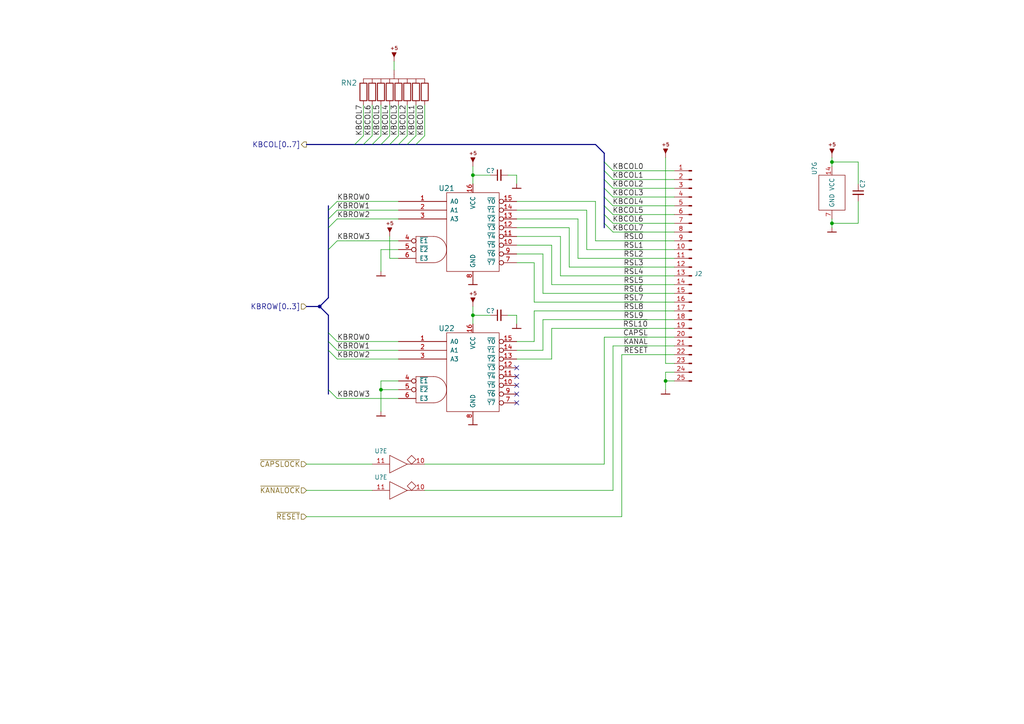
<source format=kicad_sch>
(kicad_sch (version 20211123) (generator eeschema)

  (uuid f5bf5b4a-5213-48af-a5cd-0d67969d2de6)

  (paper "A4")

  (lib_symbols
    (symbol "artemisa:74HC138" (pin_names (offset 1.016)) (in_bom yes) (on_board yes)
      (property "Reference" "U" (id 0) (at 5.08 12.7 0)
        (effects (font (size 1.524 1.524)))
      )
      (property "Value" "74HC138" (id 1) (at 6.35 -12.7 0)
        (effects (font (size 1.524 1.524)))
      )
      (property "Footprint" "" (id 2) (at -21.59 -2.54 90)
        (effects (font (size 1.524 1.524)) hide)
      )
      (property "Datasheet" "" (id 3) (at -21.59 -2.54 90)
        (effects (font (size 1.524 1.524)) hide)
      )
      (symbol "74HC138_0_1"
        (arc (start -11.43 -8.89) (mid -7.62 -5.08) (end -11.43 -1.27)
          (stroke (width 0) (type default) (color 0 0 0 0))
          (fill (type none))
        )
        (rectangle (start -7.62 11.43) (end 7.62 -11.43)
          (stroke (width 0) (type default) (color 0 0 0 0))
          (fill (type none))
        )
        (polyline
          (pts
            (xy -16.51 -1.27)
            (xy -11.43 -1.27)
          )
          (stroke (width 0) (type default) (color 0 0 0 0))
          (fill (type none))
        )
        (polyline
          (pts
            (xy -16.51 -1.27)
            (xy -16.51 -8.89)
            (xy -11.43 -8.89)
          )
          (stroke (width 0) (type default) (color 0 0 0 0))
          (fill (type none))
        )
      )
      (symbol "74HC138_1_1"
        (pin input line (at -21.59 8.89 0) (length 13.97)
          (name "A0" (effects (font (size 1.27 1.27))))
          (number "1" (effects (font (size 1.27 1.27))))
        )
        (pin output inverted (at 12.7 -3.81 180) (length 5.08)
          (name "~{Y5}" (effects (font (size 1.27 1.27))))
          (number "10" (effects (font (size 1.27 1.27))))
        )
        (pin output inverted (at 12.7 -1.27 180) (length 5.08)
          (name "~{Y4}" (effects (font (size 1.27 1.27))))
          (number "11" (effects (font (size 1.27 1.27))))
        )
        (pin output inverted (at 12.7 1.27 180) (length 5.08)
          (name "~{Y3}" (effects (font (size 1.27 1.27))))
          (number "12" (effects (font (size 1.27 1.27))))
        )
        (pin output inverted (at 12.7 3.81 180) (length 5.08)
          (name "~{Y2}" (effects (font (size 1.27 1.27))))
          (number "13" (effects (font (size 1.27 1.27))))
        )
        (pin output inverted (at 12.7 6.35 180) (length 5.08)
          (name "~{Y1}" (effects (font (size 1.27 1.27))))
          (number "14" (effects (font (size 1.27 1.27))))
        )
        (pin output inverted (at 12.7 8.89 180) (length 5.08)
          (name "~{Y0}" (effects (font (size 1.27 1.27))))
          (number "15" (effects (font (size 1.27 1.27))))
        )
        (pin power_in line (at 0 13.97 270) (length 2.54)
          (name "VCC" (effects (font (size 1.27 1.27))))
          (number "16" (effects (font (size 1.27 1.27))))
        )
        (pin input line (at -21.59 6.35 0) (length 13.97)
          (name "A1" (effects (font (size 1.27 1.27))))
          (number "2" (effects (font (size 1.27 1.27))))
        )
        (pin input line (at -21.59 3.81 0) (length 13.97)
          (name "A3" (effects (font (size 1.27 1.27))))
          (number "3" (effects (font (size 1.27 1.27))))
        )
        (pin input inverted (at -21.59 -2.54 0) (length 5.08)
          (name "~{E1}" (effects (font (size 1.27 1.27))))
          (number "4" (effects (font (size 1.27 1.27))))
        )
        (pin input inverted (at -21.59 -5.08 0) (length 5.08)
          (name "~{E2}" (effects (font (size 1.27 1.27))))
          (number "5" (effects (font (size 1.27 1.27))))
        )
        (pin input line (at -21.59 -7.62 0) (length 5.08)
          (name "E3" (effects (font (size 1.27 1.27))))
          (number "6" (effects (font (size 1.27 1.27))))
        )
        (pin output inverted (at 12.7 -8.89 180) (length 5.08)
          (name "~{Y7}" (effects (font (size 1.27 1.27))))
          (number "7" (effects (font (size 1.27 1.27))))
        )
        (pin power_in line (at 0 -13.97 90) (length 2.54)
          (name "GND" (effects (font (size 1.27 1.27))))
          (number "8" (effects (font (size 1.27 1.27))))
        )
        (pin output inverted (at 12.7 -6.35 180) (length 5.08)
          (name "~{Y6}" (effects (font (size 1.27 1.27))))
          (number "9" (effects (font (size 1.27 1.27))))
        )
      )
    )
    (symbol "artemisa:74LS07" (pin_names (offset 0.762)) (in_bom yes) (on_board yes)
      (property "Reference" "U" (id 0) (at 0 3.81 0)
        (effects (font (size 1.27 1.27)))
      )
      (property "Value" "74LS07" (id 1) (at 0 -3.81 0)
        (effects (font (size 1.27 1.27)))
      )
      (property "Footprint" "" (id 2) (at 0 0 0)
        (effects (font (size 1.27 1.27)) hide)
      )
      (property "Datasheet" "" (id 3) (at 0 0 0)
        (effects (font (size 1.27 1.27)) hide)
      )
      (symbol "74LS07_1_1"
        (polyline
          (pts
            (xy -2.54 -2.54)
            (xy 2.54 0)
          )
          (stroke (width 0) (type default) (color 0 0 0 0))
          (fill (type none))
        )
        (polyline
          (pts
            (xy -2.54 0)
            (xy -2.54 -2.54)
          )
          (stroke (width 0) (type default) (color 0 0 0 0))
          (fill (type none))
        )
        (polyline
          (pts
            (xy -2.54 0)
            (xy -2.54 2.54)
          )
          (stroke (width 0) (type default) (color 0 0 0 0))
          (fill (type none))
        )
        (polyline
          (pts
            (xy 2.54 0)
            (xy -2.54 2.54)
          )
          (stroke (width 0) (type default) (color 0 0 0 0))
          (fill (type none))
        )
        (polyline
          (pts
            (xy 5.08 0)
            (xy 2.54 0)
          )
          (stroke (width 0) (type default) (color 0 0 0 0))
          (fill (type none))
        )
        (polyline
          (pts
            (xy 3.81 2.54)
            (xy 2.54 1.27)
            (xy 3.81 0)
            (xy 5.08 1.27)
            (xy 3.81 2.54)
          )
          (stroke (width 0) (type default) (color 0 0 0 0))
          (fill (type none))
        )
        (pin input line (at -7.62 0 0) (length 5.0038)
          (name "~" (effects (font (size 1.27 1.27))))
          (number "1" (effects (font (size 1.27 1.27))))
        )
        (pin open_collector line (at 7.62 0 180) (length 2.54)
          (name "~" (effects (font (size 1.27 1.27))))
          (number "2" (effects (font (size 1.27 1.27))))
        )
      )
      (symbol "74LS07_2_1"
        (polyline
          (pts
            (xy -2.54 -2.54)
            (xy 2.54 0)
          )
          (stroke (width 0) (type default) (color 0 0 0 0))
          (fill (type none))
        )
        (polyline
          (pts
            (xy -2.54 0)
            (xy -2.54 -2.54)
          )
          (stroke (width 0) (type default) (color 0 0 0 0))
          (fill (type none))
        )
        (polyline
          (pts
            (xy -2.54 0)
            (xy -2.54 2.54)
          )
          (stroke (width 0) (type default) (color 0 0 0 0))
          (fill (type none))
        )
        (polyline
          (pts
            (xy 2.54 0)
            (xy -2.54 2.54)
          )
          (stroke (width 0) (type default) (color 0 0 0 0))
          (fill (type none))
        )
        (polyline
          (pts
            (xy 5.08 0)
            (xy 2.54 0)
          )
          (stroke (width 0) (type default) (color 0 0 0 0))
          (fill (type none))
        )
        (polyline
          (pts
            (xy 3.81 2.54)
            (xy 2.54 1.27)
            (xy 3.81 0)
            (xy 5.08 1.27)
            (xy 3.81 2.54)
          )
          (stroke (width 0) (type default) (color 0 0 0 0))
          (fill (type none))
        )
        (pin input line (at -7.62 0 0) (length 5.0038)
          (name "~" (effects (font (size 1.27 1.27))))
          (number "3" (effects (font (size 1.27 1.27))))
        )
        (pin open_collector line (at 7.62 0 180) (length 2.54)
          (name "~" (effects (font (size 1.27 1.27))))
          (number "4" (effects (font (size 1.27 1.27))))
        )
      )
      (symbol "74LS07_3_1"
        (polyline
          (pts
            (xy -2.54 -2.54)
            (xy 2.54 0)
          )
          (stroke (width 0) (type default) (color 0 0 0 0))
          (fill (type none))
        )
        (polyline
          (pts
            (xy -2.54 0)
            (xy -2.54 -2.54)
          )
          (stroke (width 0) (type default) (color 0 0 0 0))
          (fill (type none))
        )
        (polyline
          (pts
            (xy -2.54 0)
            (xy -2.54 2.54)
          )
          (stroke (width 0) (type default) (color 0 0 0 0))
          (fill (type none))
        )
        (polyline
          (pts
            (xy 2.54 0)
            (xy -2.54 2.54)
          )
          (stroke (width 0) (type default) (color 0 0 0 0))
          (fill (type none))
        )
        (polyline
          (pts
            (xy 5.08 0)
            (xy 2.54 0)
          )
          (stroke (width 0) (type default) (color 0 0 0 0))
          (fill (type none))
        )
        (polyline
          (pts
            (xy 3.81 2.54)
            (xy 2.54 1.27)
            (xy 3.81 0)
            (xy 5.08 1.27)
            (xy 3.81 2.54)
          )
          (stroke (width 0) (type default) (color 0 0 0 0))
          (fill (type none))
        )
        (pin input line (at -7.62 0 0) (length 5.0038)
          (name "~" (effects (font (size 1.27 1.27))))
          (number "5" (effects (font (size 1.27 1.27))))
        )
        (pin open_collector line (at 7.62 0 180) (length 2.54)
          (name "~" (effects (font (size 1.27 1.27))))
          (number "6" (effects (font (size 1.27 1.27))))
        )
      )
      (symbol "74LS07_4_1"
        (polyline
          (pts
            (xy -2.54 -2.54)
            (xy 2.54 0)
          )
          (stroke (width 0) (type default) (color 0 0 0 0))
          (fill (type none))
        )
        (polyline
          (pts
            (xy -2.54 0)
            (xy -2.54 -2.54)
          )
          (stroke (width 0) (type default) (color 0 0 0 0))
          (fill (type none))
        )
        (polyline
          (pts
            (xy -2.54 0)
            (xy -2.54 2.54)
          )
          (stroke (width 0) (type default) (color 0 0 0 0))
          (fill (type none))
        )
        (polyline
          (pts
            (xy 2.54 0)
            (xy -2.54 2.54)
          )
          (stroke (width 0) (type default) (color 0 0 0 0))
          (fill (type none))
        )
        (polyline
          (pts
            (xy 5.08 0)
            (xy 2.54 0)
          )
          (stroke (width 0) (type default) (color 0 0 0 0))
          (fill (type none))
        )
        (polyline
          (pts
            (xy 3.81 2.54)
            (xy 2.54 1.27)
            (xy 3.81 0)
            (xy 5.08 1.27)
            (xy 3.81 2.54)
          )
          (stroke (width 0) (type default) (color 0 0 0 0))
          (fill (type none))
        )
        (pin open_collector line (at 7.62 0 180) (length 2.54)
          (name "~" (effects (font (size 1.27 1.27))))
          (number "8" (effects (font (size 1.27 1.27))))
        )
        (pin input line (at -7.62 0 0) (length 5.0038)
          (name "~" (effects (font (size 1.27 1.27))))
          (number "9" (effects (font (size 1.27 1.27))))
        )
      )
      (symbol "74LS07_5_1"
        (polyline
          (pts
            (xy -2.54 -2.54)
            (xy 2.54 0)
          )
          (stroke (width 0) (type default) (color 0 0 0 0))
          (fill (type none))
        )
        (polyline
          (pts
            (xy -2.54 0)
            (xy -2.54 -2.54)
          )
          (stroke (width 0) (type default) (color 0 0 0 0))
          (fill (type none))
        )
        (polyline
          (pts
            (xy -2.54 0)
            (xy -2.54 2.54)
          )
          (stroke (width 0) (type default) (color 0 0 0 0))
          (fill (type none))
        )
        (polyline
          (pts
            (xy 2.54 0)
            (xy -2.54 2.54)
          )
          (stroke (width 0) (type default) (color 0 0 0 0))
          (fill (type none))
        )
        (polyline
          (pts
            (xy 5.08 0)
            (xy 2.54 0)
          )
          (stroke (width 0) (type default) (color 0 0 0 0))
          (fill (type none))
        )
        (polyline
          (pts
            (xy 3.81 2.54)
            (xy 2.54 1.27)
            (xy 3.81 0)
            (xy 5.08 1.27)
            (xy 3.81 2.54)
          )
          (stroke (width 0) (type default) (color 0 0 0 0))
          (fill (type none))
        )
        (pin open_collector line (at 7.62 0 180) (length 2.54)
          (name "~" (effects (font (size 1.27 1.27))))
          (number "10" (effects (font (size 1.27 1.27))))
        )
        (pin input line (at -7.62 0 0) (length 5.0038)
          (name "~" (effects (font (size 1.27 1.27))))
          (number "11" (effects (font (size 1.27 1.27))))
        )
      )
      (symbol "74LS07_6_1"
        (polyline
          (pts
            (xy -2.54 -2.54)
            (xy 2.54 0)
          )
          (stroke (width 0) (type default) (color 0 0 0 0))
          (fill (type none))
        )
        (polyline
          (pts
            (xy -2.54 0)
            (xy -2.54 -2.54)
          )
          (stroke (width 0) (type default) (color 0 0 0 0))
          (fill (type none))
        )
        (polyline
          (pts
            (xy -2.54 0)
            (xy -2.54 2.54)
          )
          (stroke (width 0) (type default) (color 0 0 0 0))
          (fill (type none))
        )
        (polyline
          (pts
            (xy 2.54 0)
            (xy -2.54 2.54)
          )
          (stroke (width 0) (type default) (color 0 0 0 0))
          (fill (type none))
        )
        (polyline
          (pts
            (xy 5.08 0)
            (xy 2.54 0)
          )
          (stroke (width 0) (type default) (color 0 0 0 0))
          (fill (type none))
        )
        (polyline
          (pts
            (xy 3.81 2.54)
            (xy 2.54 1.27)
            (xy 3.81 0)
            (xy 5.08 1.27)
            (xy 3.81 2.54)
          )
          (stroke (width 0) (type default) (color 0 0 0 0))
          (fill (type none))
        )
        (pin open_collector line (at 7.62 0 180) (length 2.54)
          (name "~" (effects (font (size 1.27 1.27))))
          (number "12" (effects (font (size 1.27 1.27))))
        )
        (pin input line (at -7.62 0 0) (length 5.0038)
          (name "~" (effects (font (size 1.27 1.27))))
          (number "13" (effects (font (size 1.27 1.27))))
        )
      )
      (symbol "74LS07_7_0"
        (pin power_in line (at 0 7.62 270) (length 2.54)
          (name "VCC" (effects (font (size 1.27 1.27))))
          (number "14" (effects (font (size 1.27 1.27))))
        )
      )
      (symbol "74LS07_7_1"
        (rectangle (start -3.81 -5.08) (end 3.81 5.08)
          (stroke (width 0) (type default) (color 0 0 0 0))
          (fill (type none))
        )
        (pin power_in line (at 0 -7.62 90) (length 2.54)
          (name "GND" (effects (font (size 1.27 1.27))))
          (number "7" (effects (font (size 1.27 1.27))))
        )
      )
    )
    (symbol "artemisa:Cap" (pin_numbers hide) (pin_names (offset 0.254) hide) (in_bom yes) (on_board yes)
      (property "Reference" "C" (id 0) (at 0.254 1.778 0)
        (effects (font (size 1.27 1.27)) (justify left))
      )
      (property "Value" "Cap" (id 1) (at 0.254 -2.032 0)
        (effects (font (size 1.27 1.27)) (justify left))
      )
      (property "Footprint" "" (id 2) (at 0 0 0)
        (effects (font (size 1.27 1.27)) hide)
      )
      (property "Datasheet" "" (id 3) (at 0 0 0)
        (effects (font (size 1.27 1.27)) hide)
      )
      (property "ki_fp_filters" "C_*" (id 4) (at 0 0 0)
        (effects (font (size 1.27 1.27)) hide)
      )
      (symbol "Cap_0_1"
        (polyline
          (pts
            (xy -1.524 -0.508)
            (xy 1.524 -0.508)
          )
          (stroke (width 0.3302) (type default) (color 0 0 0 0))
          (fill (type none))
        )
        (polyline
          (pts
            (xy -1.524 0.508)
            (xy 1.524 0.508)
          )
          (stroke (width 0.3048) (type default) (color 0 0 0 0))
          (fill (type none))
        )
      )
      (symbol "Cap_1_1"
        (pin passive line (at 0 2.54 270) (length 2.032)
          (name "~" (effects (font (size 1.27 1.27))))
          (number "1" (effects (font (size 1.27 1.27))))
        )
        (pin passive line (at 0 -2.54 90) (length 2.032)
          (name "~" (effects (font (size 1.27 1.27))))
          (number "2" (effects (font (size 1.27 1.27))))
        )
      )
    )
    (symbol "artemisa:DB25M" (pin_names (offset 1.016) hide) (in_bom yes) (on_board yes)
      (property "Reference" "J" (id 0) (at 0 33.02 0)
        (effects (font (size 1.27 1.27)))
      )
      (property "Value" "DB25M" (id 1) (at 0 -33.02 0)
        (effects (font (size 1.27 1.27)))
      )
      (property "Footprint" "" (id 2) (at 0 0 0)
        (effects (font (size 1.27 1.27)) hide)
      )
      (property "Datasheet" "~" (id 3) (at 0 0 0)
        (effects (font (size 1.27 1.27)) hide)
      )
      (property "ki_keywords" "connector" (id 4) (at 0 0 0)
        (effects (font (size 1.27 1.27)) hide)
      )
      (property "ki_fp_filters" "Connector*:*_1x??_*" (id 5) (at 0 0 0)
        (effects (font (size 1.27 1.27)) hide)
      )
      (symbol "DB25M_1_1"
        (polyline
          (pts
            (xy 1.27 -30.48)
            (xy 0.8636 -30.48)
          )
          (stroke (width 0.1524) (type default) (color 0 0 0 0))
          (fill (type none))
        )
        (polyline
          (pts
            (xy 1.27 -27.94)
            (xy 0.8636 -27.94)
          )
          (stroke (width 0.1524) (type default) (color 0 0 0 0))
          (fill (type none))
        )
        (polyline
          (pts
            (xy 1.27 -25.4)
            (xy 0.8636 -25.4)
          )
          (stroke (width 0.1524) (type default) (color 0 0 0 0))
          (fill (type none))
        )
        (polyline
          (pts
            (xy 1.27 -22.86)
            (xy 0.8636 -22.86)
          )
          (stroke (width 0.1524) (type default) (color 0 0 0 0))
          (fill (type none))
        )
        (polyline
          (pts
            (xy 1.27 -20.32)
            (xy 0.8636 -20.32)
          )
          (stroke (width 0.1524) (type default) (color 0 0 0 0))
          (fill (type none))
        )
        (polyline
          (pts
            (xy 1.27 -17.78)
            (xy 0.8636 -17.78)
          )
          (stroke (width 0.1524) (type default) (color 0 0 0 0))
          (fill (type none))
        )
        (polyline
          (pts
            (xy 1.27 -15.24)
            (xy 0.8636 -15.24)
          )
          (stroke (width 0.1524) (type default) (color 0 0 0 0))
          (fill (type none))
        )
        (polyline
          (pts
            (xy 1.27 -12.7)
            (xy 0.8636 -12.7)
          )
          (stroke (width 0.1524) (type default) (color 0 0 0 0))
          (fill (type none))
        )
        (polyline
          (pts
            (xy 1.27 -10.16)
            (xy 0.8636 -10.16)
          )
          (stroke (width 0.1524) (type default) (color 0 0 0 0))
          (fill (type none))
        )
        (polyline
          (pts
            (xy 1.27 -7.62)
            (xy 0.8636 -7.62)
          )
          (stroke (width 0.1524) (type default) (color 0 0 0 0))
          (fill (type none))
        )
        (polyline
          (pts
            (xy 1.27 -5.08)
            (xy 0.8636 -5.08)
          )
          (stroke (width 0.1524) (type default) (color 0 0 0 0))
          (fill (type none))
        )
        (polyline
          (pts
            (xy 1.27 -2.54)
            (xy 0.8636 -2.54)
          )
          (stroke (width 0.1524) (type default) (color 0 0 0 0))
          (fill (type none))
        )
        (polyline
          (pts
            (xy 1.27 0)
            (xy 0.8636 0)
          )
          (stroke (width 0.1524) (type default) (color 0 0 0 0))
          (fill (type none))
        )
        (polyline
          (pts
            (xy 1.27 2.54)
            (xy 0.8636 2.54)
          )
          (stroke (width 0.1524) (type default) (color 0 0 0 0))
          (fill (type none))
        )
        (polyline
          (pts
            (xy 1.27 5.08)
            (xy 0.8636 5.08)
          )
          (stroke (width 0.1524) (type default) (color 0 0 0 0))
          (fill (type none))
        )
        (polyline
          (pts
            (xy 1.27 7.62)
            (xy 0.8636 7.62)
          )
          (stroke (width 0.1524) (type default) (color 0 0 0 0))
          (fill (type none))
        )
        (polyline
          (pts
            (xy 1.27 10.16)
            (xy 0.8636 10.16)
          )
          (stroke (width 0.1524) (type default) (color 0 0 0 0))
          (fill (type none))
        )
        (polyline
          (pts
            (xy 1.27 12.7)
            (xy 0.8636 12.7)
          )
          (stroke (width 0.1524) (type default) (color 0 0 0 0))
          (fill (type none))
        )
        (polyline
          (pts
            (xy 1.27 15.24)
            (xy 0.8636 15.24)
          )
          (stroke (width 0.1524) (type default) (color 0 0 0 0))
          (fill (type none))
        )
        (polyline
          (pts
            (xy 1.27 17.78)
            (xy 0.8636 17.78)
          )
          (stroke (width 0.1524) (type default) (color 0 0 0 0))
          (fill (type none))
        )
        (polyline
          (pts
            (xy 1.27 20.32)
            (xy 0.8636 20.32)
          )
          (stroke (width 0.1524) (type default) (color 0 0 0 0))
          (fill (type none))
        )
        (polyline
          (pts
            (xy 1.27 22.86)
            (xy 0.8636 22.86)
          )
          (stroke (width 0.1524) (type default) (color 0 0 0 0))
          (fill (type none))
        )
        (polyline
          (pts
            (xy 1.27 25.4)
            (xy 0.8636 25.4)
          )
          (stroke (width 0.1524) (type default) (color 0 0 0 0))
          (fill (type none))
        )
        (polyline
          (pts
            (xy 1.27 27.94)
            (xy 0.8636 27.94)
          )
          (stroke (width 0.1524) (type default) (color 0 0 0 0))
          (fill (type none))
        )
        (polyline
          (pts
            (xy 1.27 30.48)
            (xy 0.8636 30.48)
          )
          (stroke (width 0.1524) (type default) (color 0 0 0 0))
          (fill (type none))
        )
        (rectangle (start 0.8636 -30.353) (end 0 -30.607)
          (stroke (width 0.1524) (type default) (color 0 0 0 0))
          (fill (type outline))
        )
        (rectangle (start 0.8636 -27.813) (end 0 -28.067)
          (stroke (width 0.1524) (type default) (color 0 0 0 0))
          (fill (type outline))
        )
        (rectangle (start 0.8636 -25.273) (end 0 -25.527)
          (stroke (width 0.1524) (type default) (color 0 0 0 0))
          (fill (type outline))
        )
        (rectangle (start 0.8636 -22.733) (end 0 -22.987)
          (stroke (width 0.1524) (type default) (color 0 0 0 0))
          (fill (type outline))
        )
        (rectangle (start 0.8636 -20.193) (end 0 -20.447)
          (stroke (width 0.1524) (type default) (color 0 0 0 0))
          (fill (type outline))
        )
        (rectangle (start 0.8636 -17.653) (end 0 -17.907)
          (stroke (width 0.1524) (type default) (color 0 0 0 0))
          (fill (type outline))
        )
        (rectangle (start 0.8636 -15.113) (end 0 -15.367)
          (stroke (width 0.1524) (type default) (color 0 0 0 0))
          (fill (type outline))
        )
        (rectangle (start 0.8636 -12.573) (end 0 -12.827)
          (stroke (width 0.1524) (type default) (color 0 0 0 0))
          (fill (type outline))
        )
        (rectangle (start 0.8636 -10.033) (end 0 -10.287)
          (stroke (width 0.1524) (type default) (color 0 0 0 0))
          (fill (type outline))
        )
        (rectangle (start 0.8636 -7.493) (end 0 -7.747)
          (stroke (width 0.1524) (type default) (color 0 0 0 0))
          (fill (type outline))
        )
        (rectangle (start 0.8636 -4.953) (end 0 -5.207)
          (stroke (width 0.1524) (type default) (color 0 0 0 0))
          (fill (type outline))
        )
        (rectangle (start 0.8636 -2.413) (end 0 -2.667)
          (stroke (width 0.1524) (type default) (color 0 0 0 0))
          (fill (type outline))
        )
        (rectangle (start 0.8636 0.127) (end 0 -0.127)
          (stroke (width 0.1524) (type default) (color 0 0 0 0))
          (fill (type outline))
        )
        (rectangle (start 0.8636 2.667) (end 0 2.413)
          (stroke (width 0.1524) (type default) (color 0 0 0 0))
          (fill (type outline))
        )
        (rectangle (start 0.8636 5.207) (end 0 4.953)
          (stroke (width 0.1524) (type default) (color 0 0 0 0))
          (fill (type outline))
        )
        (rectangle (start 0.8636 7.747) (end 0 7.493)
          (stroke (width 0.1524) (type default) (color 0 0 0 0))
          (fill (type outline))
        )
        (rectangle (start 0.8636 10.287) (end 0 10.033)
          (stroke (width 0.1524) (type default) (color 0 0 0 0))
          (fill (type outline))
        )
        (rectangle (start 0.8636 12.827) (end 0 12.573)
          (stroke (width 0.1524) (type default) (color 0 0 0 0))
          (fill (type outline))
        )
        (rectangle (start 0.8636 15.367) (end 0 15.113)
          (stroke (width 0.1524) (type default) (color 0 0 0 0))
          (fill (type outline))
        )
        (rectangle (start 0.8636 17.907) (end 0 17.653)
          (stroke (width 0.1524) (type default) (color 0 0 0 0))
          (fill (type outline))
        )
        (rectangle (start 0.8636 20.447) (end 0 20.193)
          (stroke (width 0.1524) (type default) (color 0 0 0 0))
          (fill (type outline))
        )
        (rectangle (start 0.8636 22.987) (end 0 22.733)
          (stroke (width 0.1524) (type default) (color 0 0 0 0))
          (fill (type outline))
        )
        (rectangle (start 0.8636 25.527) (end 0 25.273)
          (stroke (width 0.1524) (type default) (color 0 0 0 0))
          (fill (type outline))
        )
        (rectangle (start 0.8636 28.067) (end 0 27.813)
          (stroke (width 0.1524) (type default) (color 0 0 0 0))
          (fill (type outline))
        )
        (rectangle (start 0.8636 30.607) (end 0 30.353)
          (stroke (width 0.1524) (type default) (color 0 0 0 0))
          (fill (type outline))
        )
        (pin passive line (at 5.08 30.48 180) (length 3.81)
          (name "Pin_1" (effects (font (size 1.27 1.27))))
          (number "1" (effects (font (size 1.27 1.27))))
        )
        (pin passive line (at 5.08 7.62 180) (length 3.81)
          (name "Pin_10" (effects (font (size 1.27 1.27))))
          (number "10" (effects (font (size 1.27 1.27))))
        )
        (pin passive line (at 5.08 5.08 180) (length 3.81)
          (name "Pin_11" (effects (font (size 1.27 1.27))))
          (number "11" (effects (font (size 1.27 1.27))))
        )
        (pin passive line (at 5.08 2.54 180) (length 3.81)
          (name "Pin_12" (effects (font (size 1.27 1.27))))
          (number "12" (effects (font (size 1.27 1.27))))
        )
        (pin passive line (at 5.08 0 180) (length 3.81)
          (name "Pin_13" (effects (font (size 1.27 1.27))))
          (number "13" (effects (font (size 1.27 1.27))))
        )
        (pin passive line (at 5.08 -2.54 180) (length 3.81)
          (name "Pin_14" (effects (font (size 1.27 1.27))))
          (number "14" (effects (font (size 1.27 1.27))))
        )
        (pin passive line (at 5.08 -5.08 180) (length 3.81)
          (name "Pin_15" (effects (font (size 1.27 1.27))))
          (number "15" (effects (font (size 1.27 1.27))))
        )
        (pin passive line (at 5.08 -7.62 180) (length 3.81)
          (name "Pin_16" (effects (font (size 1.27 1.27))))
          (number "16" (effects (font (size 1.27 1.27))))
        )
        (pin passive line (at 5.08 -10.16 180) (length 3.81)
          (name "Pin_17" (effects (font (size 1.27 1.27))))
          (number "17" (effects (font (size 1.27 1.27))))
        )
        (pin passive line (at 5.08 -12.7 180) (length 3.81)
          (name "Pin_18" (effects (font (size 1.27 1.27))))
          (number "18" (effects (font (size 1.27 1.27))))
        )
        (pin passive line (at 5.08 -15.24 180) (length 3.81)
          (name "Pin_19" (effects (font (size 1.27 1.27))))
          (number "19" (effects (font (size 1.27 1.27))))
        )
        (pin passive line (at 5.08 27.94 180) (length 3.81)
          (name "Pin_2" (effects (font (size 1.27 1.27))))
          (number "2" (effects (font (size 1.27 1.27))))
        )
        (pin passive line (at 5.08 -17.78 180) (length 3.81)
          (name "Pin_20" (effects (font (size 1.27 1.27))))
          (number "20" (effects (font (size 1.27 1.27))))
        )
        (pin passive line (at 5.08 -20.32 180) (length 3.81)
          (name "Pin_21" (effects (font (size 1.27 1.27))))
          (number "21" (effects (font (size 1.27 1.27))))
        )
        (pin passive line (at 5.08 -22.86 180) (length 3.81)
          (name "Pin_22" (effects (font (size 1.27 1.27))))
          (number "22" (effects (font (size 1.27 1.27))))
        )
        (pin passive line (at 5.08 -25.4 180) (length 3.81)
          (name "Pin_23" (effects (font (size 1.27 1.27))))
          (number "23" (effects (font (size 1.27 1.27))))
        )
        (pin passive line (at 5.08 -27.94 180) (length 3.81)
          (name "Pin_24" (effects (font (size 1.27 1.27))))
          (number "24" (effects (font (size 1.27 1.27))))
        )
        (pin passive line (at 5.08 -30.48 180) (length 3.81)
          (name "Pin_25" (effects (font (size 1.27 1.27))))
          (number "25" (effects (font (size 1.27 1.27))))
        )
        (pin passive line (at 5.08 25.4 180) (length 3.81)
          (name "Pin_3" (effects (font (size 1.27 1.27))))
          (number "3" (effects (font (size 1.27 1.27))))
        )
        (pin passive line (at 5.08 22.86 180) (length 3.81)
          (name "Pin_4" (effects (font (size 1.27 1.27))))
          (number "4" (effects (font (size 1.27 1.27))))
        )
        (pin passive line (at 5.08 20.32 180) (length 3.81)
          (name "Pin_5" (effects (font (size 1.27 1.27))))
          (number "5" (effects (font (size 1.27 1.27))))
        )
        (pin passive line (at 5.08 17.78 180) (length 3.81)
          (name "Pin_6" (effects (font (size 1.27 1.27))))
          (number "6" (effects (font (size 1.27 1.27))))
        )
        (pin passive line (at 5.08 15.24 180) (length 3.81)
          (name "Pin_7" (effects (font (size 1.27 1.27))))
          (number "7" (effects (font (size 1.27 1.27))))
        )
        (pin passive line (at 5.08 12.7 180) (length 3.81)
          (name "Pin_8" (effects (font (size 1.27 1.27))))
          (number "8" (effects (font (size 1.27 1.27))))
        )
        (pin passive line (at 5.08 10.16 180) (length 3.81)
          (name "Pin_9" (effects (font (size 1.27 1.27))))
          (number "9" (effects (font (size 1.27 1.27))))
        )
      )
    )
    (symbol "artemisa:GND" (power) (pin_numbers hide) (pin_names (offset 0) hide) (in_bom yes) (on_board yes)
      (property "Reference" "#PWR" (id 0) (at 0 -2.54 0)
        (effects (font (size 1.524 1.524)) hide)
      )
      (property "Value" "GND" (id 1) (at 0 2.54 0)
        (effects (font (size 1.524 1.524)) hide)
      )
      (property "Footprint" "" (id 2) (at 0 0 0)
        (effects (font (size 1.524 1.524)) hide)
      )
      (property "Datasheet" "" (id 3) (at 0 0 0)
        (effects (font (size 1.524 1.524)) hide)
      )
      (symbol "GND_0_1"
        (polyline
          (pts
            (xy -1.27 -1.27)
            (xy 1.27 -1.27)
          )
          (stroke (width 0.254) (type default) (color 0 0 0 0))
          (fill (type none))
        )
      )
      (symbol "GND_1_1"
        (pin power_in line (at 0 0 270) (length 1.27)
          (name "GND" (effects (font (size 1.27 1.27))))
          (number "~" (effects (font (size 1.27 1.27))))
        )
      )
    )
    (symbol "artemisa:RN8" (pin_numbers hide) (pin_names (offset 1.016) hide) (in_bom yes) (on_board yes)
      (property "Reference" "RN" (id 0) (at 7.62 5.08 0)
        (effects (font (size 1.524 1.524)))
      )
      (property "Value" "RN8" (id 1) (at -8.89 5.08 0)
        (effects (font (size 1.524 1.524)))
      )
      (property "Footprint" "" (id 2) (at -7.62 -1.905 0)
        (effects (font (size 1.524 1.524)) hide)
      )
      (property "Datasheet" "" (id 3) (at -7.62 -1.905 0)
        (effects (font (size 1.524 1.524)) hide)
      )
      (symbol "RN8_0_1"
        (polyline
          (pts
            (xy -8.89 2.54)
            (xy -8.89 3.81)
          )
          (stroke (width 0) (type default) (color 0 0 0 0))
          (fill (type none))
        )
        (polyline
          (pts
            (xy -6.35 2.54)
            (xy -6.35 3.81)
          )
          (stroke (width 0) (type default) (color 0 0 0 0))
          (fill (type none))
        )
        (polyline
          (pts
            (xy -3.81 2.54)
            (xy -3.81 3.81)
          )
          (stroke (width 0) (type default) (color 0 0 0 0))
          (fill (type none))
        )
        (polyline
          (pts
            (xy -1.27 2.54)
            (xy -1.27 3.81)
          )
          (stroke (width 0) (type default) (color 0 0 0 0))
          (fill (type none))
        )
        (polyline
          (pts
            (xy 0 5.08)
            (xy 0 3.81)
          )
          (stroke (width 0) (type default) (color 0 0 0 0))
          (fill (type none))
        )
        (polyline
          (pts
            (xy 1.27 2.54)
            (xy 1.27 3.81)
          )
          (stroke (width 0) (type default) (color 0 0 0 0))
          (fill (type none))
        )
        (polyline
          (pts
            (xy 3.81 2.54)
            (xy 3.81 3.81)
          )
          (stroke (width 0) (type default) (color 0 0 0 0))
          (fill (type none))
        )
        (polyline
          (pts
            (xy 6.35 2.54)
            (xy 6.35 3.81)
          )
          (stroke (width 0) (type default) (color 0 0 0 0))
          (fill (type none))
        )
        (polyline
          (pts
            (xy 8.89 2.54)
            (xy 8.89 3.81)
          )
          (stroke (width 0) (type default) (color 0 0 0 0))
          (fill (type none))
        )
        (polyline
          (pts
            (xy 8.89 3.81)
            (xy -8.89 3.81)
          )
          (stroke (width 0) (type default) (color 0 0 0 0))
          (fill (type none))
        )
      )
      (symbol "RN8_0_2"
        (polyline
          (pts
            (xy -13.97 3.81)
            (xy -8.89 3.81)
          )
          (stroke (width 0) (type default) (color 0 0 0 0))
          (fill (type none))
        )
        (polyline
          (pts
            (xy -13.97 3.81)
            (xy -16.51 3.81)
            (xy -16.51 -2.54)
          )
          (stroke (width 0) (type default) (color 0 0 0 0))
          (fill (type none))
        )
      )
      (symbol "RN8_1_1"
        (rectangle (start -9.906 -2.54) (end -7.874 2.54)
          (stroke (width 0.254) (type default) (color 0 0 0 0))
          (fill (type none))
        )
        (rectangle (start -7.366 -2.54) (end -5.334 2.54)
          (stroke (width 0.254) (type default) (color 0 0 0 0))
          (fill (type none))
        )
        (rectangle (start -4.826 -2.54) (end -2.794 2.54)
          (stroke (width 0.254) (type default) (color 0 0 0 0))
          (fill (type none))
        )
        (rectangle (start -2.286 -2.54) (end -0.254 2.54)
          (stroke (width 0.254) (type default) (color 0 0 0 0))
          (fill (type none))
        )
        (rectangle (start 0.254 -2.54) (end 2.286 2.54)
          (stroke (width 0.254) (type default) (color 0 0 0 0))
          (fill (type none))
        )
        (rectangle (start 2.794 -2.54) (end 4.826 2.54)
          (stroke (width 0.254) (type default) (color 0 0 0 0))
          (fill (type none))
        )
        (rectangle (start 5.334 -2.54) (end 7.366 2.54)
          (stroke (width 0.254) (type default) (color 0 0 0 0))
          (fill (type none))
        )
        (rectangle (start 7.874 -2.54) (end 9.906 2.54)
          (stroke (width 0.254) (type default) (color 0 0 0 0))
          (fill (type none))
        )
        (pin passive line (at 0 6.35 270) (length 1.27)
          (name "~" (effects (font (size 1.27 1.27))))
          (number "1" (effects (font (size 1.27 1.27))))
        )
        (pin passive line (at -8.89 -3.81 90) (length 1.27)
          (name "~" (effects (font (size 1.27 1.27))))
          (number "2" (effects (font (size 1.27 1.27))))
        )
        (pin passive line (at -6.35 -3.81 90) (length 1.27)
          (name "~" (effects (font (size 1.27 1.27))))
          (number "3" (effects (font (size 1.27 1.27))))
        )
        (pin passive line (at -3.81 -3.81 90) (length 1.27)
          (name "~" (effects (font (size 1.27 1.27))))
          (number "4" (effects (font (size 1.27 1.27))))
        )
        (pin passive line (at -1.27 -3.81 90) (length 1.27)
          (name "~" (effects (font (size 1.27 1.27))))
          (number "5" (effects (font (size 1.27 1.27))))
        )
        (pin passive line (at 1.27 -3.81 90) (length 1.27)
          (name "~" (effects (font (size 1.27 1.27))))
          (number "6" (effects (font (size 1.27 1.27))))
        )
        (pin passive line (at 3.81 -3.81 90) (length 1.27)
          (name "~" (effects (font (size 1.27 1.27))))
          (number "7" (effects (font (size 1.27 1.27))))
        )
        (pin passive line (at 6.35 -3.81 90) (length 1.27)
          (name "~" (effects (font (size 1.27 1.27))))
          (number "8" (effects (font (size 1.27 1.27))))
        )
        (pin passive line (at 8.89 -3.81 90) (length 1.27)
          (name "~" (effects (font (size 1.27 1.27))))
          (number "9" (effects (font (size 1.27 1.27))))
        )
      )
      (symbol "RN8_1_2"
        (rectangle (start -9.906 -2.54) (end -7.874 2.54)
          (stroke (width 0.254) (type default) (color 0 0 0 0))
          (fill (type none))
        )
        (rectangle (start -7.366 -2.54) (end -5.334 2.54)
          (stroke (width 0.254) (type default) (color 0 0 0 0))
          (fill (type none))
        )
        (rectangle (start -4.826 -2.54) (end -2.794 2.54)
          (stroke (width 0.254) (type default) (color 0 0 0 0))
          (fill (type none))
        )
        (rectangle (start -2.286 -2.54) (end -0.254 2.54)
          (stroke (width 0.254) (type default) (color 0 0 0 0))
          (fill (type none))
        )
        (polyline
          (pts
            (xy -8.89 2.54)
            (xy -8.89 3.81)
          )
          (stroke (width 0) (type default) (color 0 0 0 0))
          (fill (type none))
        )
        (polyline
          (pts
            (xy -6.35 2.54)
            (xy -6.35 3.81)
          )
          (stroke (width 0) (type default) (color 0 0 0 0))
          (fill (type none))
        )
        (polyline
          (pts
            (xy -3.81 2.54)
            (xy -3.81 3.81)
          )
          (stroke (width 0) (type default) (color 0 0 0 0))
          (fill (type none))
        )
        (polyline
          (pts
            (xy -1.27 2.54)
            (xy -1.27 3.81)
          )
          (stroke (width 0) (type default) (color 0 0 0 0))
          (fill (type none))
        )
        (polyline
          (pts
            (xy 1.27 2.54)
            (xy 1.27 3.81)
          )
          (stroke (width 0) (type default) (color 0 0 0 0))
          (fill (type none))
        )
        (polyline
          (pts
            (xy 3.81 2.54)
            (xy 3.81 3.81)
          )
          (stroke (width 0) (type default) (color 0 0 0 0))
          (fill (type none))
        )
        (polyline
          (pts
            (xy 6.35 2.54)
            (xy 6.35 3.81)
          )
          (stroke (width 0) (type default) (color 0 0 0 0))
          (fill (type none))
        )
        (polyline
          (pts
            (xy 8.89 2.54)
            (xy 8.89 3.81)
          )
          (stroke (width 0) (type default) (color 0 0 0 0))
          (fill (type none))
        )
        (polyline
          (pts
            (xy 8.89 3.81)
            (xy -8.89 3.81)
          )
          (stroke (width 0) (type default) (color 0 0 0 0))
          (fill (type none))
        )
        (rectangle (start 0.254 -2.54) (end 2.286 2.54)
          (stroke (width 0.254) (type default) (color 0 0 0 0))
          (fill (type none))
        )
        (rectangle (start 2.794 -2.54) (end 4.826 2.54)
          (stroke (width 0.254) (type default) (color 0 0 0 0))
          (fill (type none))
        )
        (rectangle (start 5.334 -2.54) (end 7.366 2.54)
          (stroke (width 0.254) (type default) (color 0 0 0 0))
          (fill (type none))
        )
        (rectangle (start 7.874 -2.54) (end 9.906 2.54)
          (stroke (width 0.254) (type default) (color 0 0 0 0))
          (fill (type none))
        )
        (pin passive line (at -16.51 -3.81 90) (length 1.27)
          (name "~" (effects (font (size 1.27 1.27))))
          (number "1" (effects (font (size 1.27 1.27))))
        )
        (pin passive line (at -8.89 -3.81 90) (length 1.27)
          (name "~" (effects (font (size 1.27 1.27))))
          (number "2" (effects (font (size 1.27 1.27))))
        )
        (pin passive line (at -6.35 -3.81 90) (length 1.27)
          (name "~" (effects (font (size 1.27 1.27))))
          (number "3" (effects (font (size 1.27 1.27))))
        )
        (pin passive line (at -3.81 -3.81 90) (length 1.27)
          (name "~" (effects (font (size 1.27 1.27))))
          (number "4" (effects (font (size 1.27 1.27))))
        )
        (pin passive line (at -1.27 -3.81 90) (length 1.27)
          (name "~" (effects (font (size 1.27 1.27))))
          (number "5" (effects (font (size 1.27 1.27))))
        )
        (pin passive line (at 1.27 -3.81 90) (length 1.27)
          (name "~" (effects (font (size 1.27 1.27))))
          (number "6" (effects (font (size 1.27 1.27))))
        )
        (pin passive line (at 3.81 -3.81 90) (length 1.27)
          (name "~" (effects (font (size 1.27 1.27))))
          (number "7" (effects (font (size 1.27 1.27))))
        )
        (pin passive line (at 6.35 -3.81 90) (length 1.27)
          (name "~" (effects (font (size 1.27 1.27))))
          (number "8" (effects (font (size 1.27 1.27))))
        )
        (pin passive line (at 8.89 -3.81 90) (length 1.27)
          (name "~" (effects (font (size 1.27 1.27))))
          (number "9" (effects (font (size 1.27 1.27))))
        )
      )
    )
    (symbol "artemisa:VCC" (power) (pin_numbers hide) (pin_names (offset 0) hide) (in_bom yes) (on_board yes)
      (property "Reference" "#PWR" (id 0) (at 0 -1.27 0)
        (effects (font (size 1.524 1.524)) hide)
      )
      (property "Value" "VCC" (id 1) (at 0 6.35 0)
        (effects (font (size 1.524 1.524)) hide)
      )
      (property "Footprint" "" (id 2) (at 0 0 0)
        (effects (font (size 1.524 1.524)) hide)
      )
      (property "Datasheet" "" (id 3) (at 0 0 0)
        (effects (font (size 1.524 1.524)) hide)
      )
      (symbol "VCC_0_0"
        (text "+5" (at 0 3.81 0)
          (effects (font (size 1.016 1.016)))
        )
      )
      (symbol "VCC_0_1"
        (polyline
          (pts
            (xy 0 1.27)
            (xy 0.635 2.54)
            (xy -0.635 2.54)
            (xy 0 1.27)
          )
          (stroke (width 0) (type default) (color 0 0 0 0))
          (fill (type outline))
        )
      )
      (symbol "VCC_1_1"
        (pin power_in line (at 0 0 90) (length 1.27)
          (name "~" (effects (font (size 1.27 1.27))))
          (number "~" (effects (font (size 1.27 1.27))))
        )
      )
    )
  )

  (junction (at 137.16 91.44) (diameter 0) (color 0 0 0 0)
    (uuid 0ba17a9b-d889-426c-b4fe-048bed6b6be8)
  )
  (junction (at 137.16 50.8) (diameter 0) (color 0 0 0 0)
    (uuid 0cc9bf07-55b9-458f-b8aa-41b2f51fa940)
  )
  (junction (at 241.3 64.77) (diameter 0) (color 0 0 0 0)
    (uuid 1876c30c-72b2-4a8d-9f32-bf8b213530b4)
  )
  (junction (at 92.71 88.9) (diameter 0) (color 0 0 0 0)
    (uuid 79487df3-ea74-43e2-bbfd-3ce433940212)
  )
  (junction (at 193.04 110.49) (diameter 0) (color 0 0 0 0)
    (uuid 9db16341-dac0-4aab-9c62-7d88c111c1ce)
  )
  (junction (at 241.3 46.99) (diameter 0) (color 0 0 0 0)
    (uuid c346b00c-b5e0-4939-beb4-7f48172ef334)
  )
  (junction (at 110.49 113.03) (diameter 0) (color 0 0 0 0)
    (uuid fd60415a-f01a-46c5-9369-ea970e435e5b)
  )

  (no_connect (at 149.86 114.3) (uuid 1cb22080-0f59-4c18-a6e6-8685ef44ec53))
  (no_connect (at 149.86 109.22) (uuid 235067e2-1686-40fe-a9a0-61704311b2b1))
  (no_connect (at 149.86 106.68) (uuid 31f91ec8-56e4-4e08-9ccd-012652772211))
  (no_connect (at 149.86 111.76) (uuid 701e1517-e8cf-46f4-b538-98e721c97380))
  (no_connect (at 149.86 116.84) (uuid 8bdea5f6-7a53-427a-92b8-fd15994c2e8c))

  (bus_entry (at 175.26 52.07) (size 2.54 2.54)
    (stroke (width 0) (type default) (color 0 0 0 0))
    (uuid 051b8cb0-ae77-4e09-98a7-bf2103319e66)
  )
  (bus_entry (at 97.79 99.06) (size -2.54 -2.54)
    (stroke (width 0) (type default) (color 0 0 0 0))
    (uuid 0554bea0-89b2-4e25-9ea3-4c73921c94cb)
  )
  (bus_entry (at 102.87 41.91) (size 2.54 -2.54)
    (stroke (width 0) (type default) (color 0 0 0 0))
    (uuid 10d8ad0e-6a08-4053-92aa-23a15910fd21)
  )
  (bus_entry (at 95.25 60.96) (size 2.54 -2.54)
    (stroke (width 0) (type default) (color 0 0 0 0))
    (uuid 1427bb3f-0689-4b41-a816-cd79a5202fd0)
  )
  (bus_entry (at 118.11 41.91) (size 2.54 -2.54)
    (stroke (width 0) (type default) (color 0 0 0 0))
    (uuid 2c95b9a6-9c71-4108-9cde-57ddfdd2dd19)
  )
  (bus_entry (at 175.26 54.61) (size 2.54 2.54)
    (stroke (width 0) (type default) (color 0 0 0 0))
    (uuid 35c09d1f-2914-4d1e-a002-df30af772f3b)
  )
  (bus_entry (at 107.95 41.91) (size 2.54 -2.54)
    (stroke (width 0) (type default) (color 0 0 0 0))
    (uuid 475ed8b3-90bf-48cd-bce5-d8f48b689541)
  )
  (bus_entry (at 95.25 72.39) (size 2.54 -2.54)
    (stroke (width 0) (type default) (color 0 0 0 0))
    (uuid 5ff19d63-2cb4-438b-93c4-e66d37a05329)
  )
  (bus_entry (at 95.25 63.5) (size 2.54 -2.54)
    (stroke (width 0) (type default) (color 0 0 0 0))
    (uuid 78f9c3d3-3556-46f6-9744-05ad54b330f0)
  )
  (bus_entry (at 113.03 41.91) (size 2.54 -2.54)
    (stroke (width 0) (type default) (color 0 0 0 0))
    (uuid 7b766787-7689-40b8-9ef5-c0b1af45a9ae)
  )
  (bus_entry (at 120.65 41.91) (size 2.54 -2.54)
    (stroke (width 0) (type default) (color 0 0 0 0))
    (uuid 8486c294-aa7e-43c3-b257-1ca3356dd17a)
  )
  (bus_entry (at 97.79 101.6) (size -2.54 -2.54)
    (stroke (width 0) (type default) (color 0 0 0 0))
    (uuid 88606262-3ac5-44a1-aacc-18b26cf4d396)
  )
  (bus_entry (at 175.26 59.69) (size 2.54 2.54)
    (stroke (width 0) (type default) (color 0 0 0 0))
    (uuid 888fd7cb-2fc6-480c-bcfa-0b71303087d3)
  )
  (bus_entry (at 95.25 66.04) (size 2.54 -2.54)
    (stroke (width 0) (type default) (color 0 0 0 0))
    (uuid 8b7bbefd-8f78-41f8-809c-2534a5de3b39)
  )
  (bus_entry (at 175.26 49.53) (size 2.54 2.54)
    (stroke (width 0) (type default) (color 0 0 0 0))
    (uuid 974c48bf-534e-4335-98e1-b0426c783e99)
  )
  (bus_entry (at 175.26 62.23) (size 2.54 2.54)
    (stroke (width 0) (type default) (color 0 0 0 0))
    (uuid a92f3b72-ed6d-4d99-9da6-35771bec3c77)
  )
  (bus_entry (at 175.26 64.77) (size 2.54 2.54)
    (stroke (width 0) (type default) (color 0 0 0 0))
    (uuid aa1c6f47-cbd4-4cbd-8265-e5ac08b7ffc8)
  )
  (bus_entry (at 115.57 41.91) (size 2.54 -2.54)
    (stroke (width 0) (type default) (color 0 0 0 0))
    (uuid aee7520e-3bfc-435f-a66b-1dd1f5aa6a87)
  )
  (bus_entry (at 97.79 104.14) (size -2.54 -2.54)
    (stroke (width 0) (type default) (color 0 0 0 0))
    (uuid cd1cff81-9d8a-4511-96d6-4ddb79484001)
  )
  (bus_entry (at 97.79 115.57) (size -2.54 -2.54)
    (stroke (width 0) (type default) (color 0 0 0 0))
    (uuid da546d77-4b03-4562-8fc6-837fd68e7691)
  )
  (bus_entry (at 110.49 41.91) (size 2.54 -2.54)
    (stroke (width 0) (type default) (color 0 0 0 0))
    (uuid df2a6036-7274-4398-9365-148b6ddab90d)
  )
  (bus_entry (at 175.26 46.99) (size 2.54 2.54)
    (stroke (width 0) (type default) (color 0 0 0 0))
    (uuid e2b24e25-1a0d-434a-876b-c595b47d80d2)
  )
  (bus_entry (at 175.26 57.15) (size 2.54 2.54)
    (stroke (width 0) (type default) (color 0 0 0 0))
    (uuid f28e56e7-283b-4b9a-ae27-95e89770fbf8)
  )
  (bus_entry (at 105.41 41.91) (size 2.54 -2.54)
    (stroke (width 0) (type default) (color 0 0 0 0))
    (uuid fc83cd71-1198-4019-87a1-dc154bceead3)
  )

  (bus (pts (xy 102.87 41.91) (xy 105.41 41.91))
    (stroke (width 0) (type default) (color 0 0 0 0))
    (uuid 004d701c-7e69-4a10-9c95-7de04fa2be20)
  )

  (wire (pts (xy 167.64 63.5) (xy 167.64 74.93))
    (stroke (width 0) (type default) (color 0 0 0 0))
    (uuid 015f5586-ba76-4a98-9114-f5cd2c67134d)
  )
  (wire (pts (xy 177.8 57.15) (xy 195.58 57.15))
    (stroke (width 0) (type default) (color 0 0 0 0))
    (uuid 02538207-54a8-4266-8d51-23871852b2ff)
  )
  (bus (pts (xy 175.26 46.99) (xy 175.26 49.53))
    (stroke (width 0) (type default) (color 0 0 0 0))
    (uuid 04dfc243-0f51-4603-bf53-e1e3c0de09b3)
  )

  (wire (pts (xy 248.92 64.77) (xy 241.3 64.77))
    (stroke (width 0) (type default) (color 0 0 0 0))
    (uuid 099473f1-6598-46ff-a50f-4c520832170d)
  )
  (wire (pts (xy 177.8 52.07) (xy 195.58 52.07))
    (stroke (width 0) (type default) (color 0 0 0 0))
    (uuid 0f560957-a8c5-442f-b20c-c2d88613742c)
  )
  (bus (pts (xy 95.25 60.96) (xy 95.25 63.5))
    (stroke (width 0) (type default) (color 0 0 0 0))
    (uuid 156771b5-21dc-43d8-ba98-5c070b5e3b90)
  )

  (wire (pts (xy 241.3 45.72) (xy 241.3 46.99))
    (stroke (width 0) (type default) (color 0 0 0 0))
    (uuid 15699041-ed40-45ee-87d8-f5e206a88536)
  )
  (wire (pts (xy 177.8 54.61) (xy 195.58 54.61))
    (stroke (width 0) (type default) (color 0 0 0 0))
    (uuid 17ed3508-fa2e-4593-a799-bfd39a6cc14d)
  )
  (wire (pts (xy 88.9 142.24) (xy 107.95 142.24))
    (stroke (width 0) (type default) (color 0 0 0 0))
    (uuid 18f1018d-5857-4c32-a072-f3de80352f74)
  )
  (wire (pts (xy 241.3 46.99) (xy 241.3 48.26))
    (stroke (width 0) (type default) (color 0 0 0 0))
    (uuid 199124ca-dd64-45cf-a063-97cc545cbea7)
  )
  (wire (pts (xy 241.3 46.99) (xy 248.92 46.99))
    (stroke (width 0) (type default) (color 0 0 0 0))
    (uuid 1bd80cf9-f42a-4aee-a408-9dbf4e81e625)
  )
  (wire (pts (xy 195.58 110.49) (xy 193.04 110.49))
    (stroke (width 0) (type default) (color 0 0 0 0))
    (uuid 1c052668-6749-425a-9a77-35f046c8aa39)
  )
  (wire (pts (xy 177.8 67.31) (xy 195.58 67.31))
    (stroke (width 0) (type default) (color 0 0 0 0))
    (uuid 1c9f6fea-1796-4a2d-80b3-ae22ce51c8f5)
  )
  (wire (pts (xy 157.48 73.66) (xy 157.48 85.09))
    (stroke (width 0) (type default) (color 0 0 0 0))
    (uuid 1cc5480b-56b7-4379-98e2-ccafc88911a7)
  )
  (wire (pts (xy 170.18 60.96) (xy 170.18 72.39))
    (stroke (width 0) (type default) (color 0 0 0 0))
    (uuid 21492bcd-343a-4b2b-b55a-b4586c11bdeb)
  )
  (bus (pts (xy 172.72 41.91) (xy 175.26 44.45))
    (stroke (width 0) (type default) (color 0 0 0 0))
    (uuid 22b36c73-46e7-4496-8b98-f69a5955de22)
  )

  (wire (pts (xy 137.16 50.8) (xy 137.16 53.34))
    (stroke (width 0) (type default) (color 0 0 0 0))
    (uuid 241e0c85-4796-48eb-a5a0-1c0f2d6e5910)
  )
  (wire (pts (xy 149.86 99.06) (xy 154.94 99.06))
    (stroke (width 0) (type default) (color 0 0 0 0))
    (uuid 29cbb0bc-f66b-4d11-80e7-5bb270e42496)
  )
  (wire (pts (xy 175.26 134.62) (xy 175.26 97.79))
    (stroke (width 0) (type default) (color 0 0 0 0))
    (uuid 2a6075ae-c7fa-41db-86b8-3f996740bdc2)
  )
  (wire (pts (xy 114.3 17.78) (xy 114.3 20.32))
    (stroke (width 0) (type default) (color 0 0 0 0))
    (uuid 2b64d2cb-d62a-4762-97ea-f1b0d4293c4f)
  )
  (wire (pts (xy 115.57 101.6) (xy 97.79 101.6))
    (stroke (width 0) (type default) (color 0 0 0 0))
    (uuid 2ea8fa6f-efc3-40fe-bcf9-05bfa46ead4f)
  )
  (wire (pts (xy 165.1 66.04) (xy 165.1 77.47))
    (stroke (width 0) (type default) (color 0 0 0 0))
    (uuid 2f424da3-8fae-4941-bc6d-20044787372f)
  )
  (wire (pts (xy 120.65 30.48) (xy 120.65 39.37))
    (stroke (width 0) (type default) (color 0 0 0 0))
    (uuid 3249bd81-9fd4-4194-9b4f-2e333b2195b8)
  )
  (bus (pts (xy 175.26 54.61) (xy 175.26 57.15))
    (stroke (width 0) (type default) (color 0 0 0 0))
    (uuid 3397e828-549f-4d19-910c-989534dfee84)
  )

  (wire (pts (xy 113.03 39.37) (xy 113.03 30.48))
    (stroke (width 0) (type default) (color 0 0 0 0))
    (uuid 347562f5-b152-4e7b-8a69-40ca6daaaad4)
  )
  (bus (pts (xy 175.26 64.77) (xy 175.26 66.04))
    (stroke (width 0) (type default) (color 0 0 0 0))
    (uuid 349aae3a-4c5e-4552-af38-0bc89507f49c)
  )

  (wire (pts (xy 154.94 90.17) (xy 195.58 90.17))
    (stroke (width 0) (type default) (color 0 0 0 0))
    (uuid 355ced6c-c08a-4586-9a09-7a9c624536f6)
  )
  (wire (pts (xy 142.24 50.8) (xy 137.16 50.8))
    (stroke (width 0) (type default) (color 0 0 0 0))
    (uuid 363945f6-fbef-42be-99cf-4a8a48434d92)
  )
  (wire (pts (xy 149.86 53.34) (xy 149.86 50.8))
    (stroke (width 0) (type default) (color 0 0 0 0))
    (uuid 386ad9e3-71fa-420f-8722-88548b024fc5)
  )
  (wire (pts (xy 149.86 68.58) (xy 162.56 68.58))
    (stroke (width 0) (type default) (color 0 0 0 0))
    (uuid 3bca658b-a598-4669-a7cb-3f9b5f47bb5a)
  )
  (wire (pts (xy 105.41 30.48) (xy 105.41 39.37))
    (stroke (width 0) (type default) (color 0 0 0 0))
    (uuid 3efa2ece-8f3f-4a8c-96e9-6ab3ec6f1f70)
  )
  (bus (pts (xy 175.26 62.23) (xy 175.26 64.77))
    (stroke (width 0) (type default) (color 0 0 0 0))
    (uuid 401fab3c-23b1-4753-9559-4f10bf6840bd)
  )

  (wire (pts (xy 160.02 104.14) (xy 160.02 95.25))
    (stroke (width 0) (type default) (color 0 0 0 0))
    (uuid 4086cbd7-6ba7-4e63-8da9-17e60627ee17)
  )
  (wire (pts (xy 165.1 77.47) (xy 195.58 77.47))
    (stroke (width 0) (type default) (color 0 0 0 0))
    (uuid 41485de5-6ed3-4c83-b69e-ef83ae18093c)
  )
  (wire (pts (xy 160.02 71.12) (xy 160.02 82.55))
    (stroke (width 0) (type default) (color 0 0 0 0))
    (uuid 42d3f9d6-2a47-41a8-b942-295fcb83bcd8)
  )
  (wire (pts (xy 157.48 92.71) (xy 195.58 92.71))
    (stroke (width 0) (type default) (color 0 0 0 0))
    (uuid 465137b4-f6f7-4d51-9b40-b161947d5cc1)
  )
  (wire (pts (xy 149.86 63.5) (xy 167.64 63.5))
    (stroke (width 0) (type default) (color 0 0 0 0))
    (uuid 46cbe85d-ff47-428e-b187-4ebd50a66e0c)
  )
  (bus (pts (xy 88.9 41.91) (xy 102.87 41.91))
    (stroke (width 0) (type default) (color 0 0 0 0))
    (uuid 4970ec6e-3725-4619-b57d-dc2c2cb86ed0)
  )
  (bus (pts (xy 110.49 41.91) (xy 113.03 41.91))
    (stroke (width 0) (type default) (color 0 0 0 0))
    (uuid 4ad4b122-59d5-4232-8523-59915ddbd9d1)
  )

  (wire (pts (xy 97.79 115.57) (xy 115.57 115.57))
    (stroke (width 0) (type default) (color 0 0 0 0))
    (uuid 4cc0e615-05a0-4f42-a208-4011ba8ef841)
  )
  (wire (pts (xy 167.64 74.93) (xy 195.58 74.93))
    (stroke (width 0) (type default) (color 0 0 0 0))
    (uuid 541721d1-074b-496e-a833-813044b3e8ca)
  )
  (wire (pts (xy 115.57 113.03) (xy 110.49 113.03))
    (stroke (width 0) (type default) (color 0 0 0 0))
    (uuid 54ed3ee1-891b-418e-ab9c-6a18747d7388)
  )
  (bus (pts (xy 175.26 57.15) (xy 175.26 59.69))
    (stroke (width 0) (type default) (color 0 0 0 0))
    (uuid 55d86872-e23e-4870-a2e5-31f924442b2e)
  )

  (wire (pts (xy 248.92 46.99) (xy 248.92 53.34))
    (stroke (width 0) (type default) (color 0 0 0 0))
    (uuid 57f248a7-365e-4c42-b80d-5a7d1f9dfaf3)
  )
  (wire (pts (xy 177.8 49.53) (xy 195.58 49.53))
    (stroke (width 0) (type default) (color 0 0 0 0))
    (uuid 5f6afe3e-3cb2-473a-819c-dc94ae52a6be)
  )
  (bus (pts (xy 95.25 59.69) (xy 95.25 60.96))
    (stroke (width 0) (type default) (color 0 0 0 0))
    (uuid 6150c02b-beb5-4af1-951e-3666a285a6ea)
  )

  (wire (pts (xy 97.79 69.85) (xy 115.57 69.85))
    (stroke (width 0) (type default) (color 0 0 0 0))
    (uuid 616287d9-a51f-498c-8b91-be46a0aa3a7f)
  )
  (wire (pts (xy 115.57 72.39) (xy 110.49 72.39))
    (stroke (width 0) (type default) (color 0 0 0 0))
    (uuid 631c7be5-8dc2-4df4-ab73-737bb928e763)
  )
  (wire (pts (xy 97.79 63.5) (xy 115.57 63.5))
    (stroke (width 0) (type default) (color 0 0 0 0))
    (uuid 637f12be-fa48-4ce4-96b2-04c21a8795c8)
  )
  (bus (pts (xy 95.25 91.44) (xy 92.71 88.9))
    (stroke (width 0) (type default) (color 0 0 0 0))
    (uuid 658cbe5a-e7f5-4f80-bc14-54c2ecfeca7c)
  )

  (wire (pts (xy 195.58 107.95) (xy 193.04 107.95))
    (stroke (width 0) (type default) (color 0 0 0 0))
    (uuid 6bd46644-7209-4d4d-acd8-f4c0d045bc61)
  )
  (wire (pts (xy 107.95 39.37) (xy 107.95 30.48))
    (stroke (width 0) (type default) (color 0 0 0 0))
    (uuid 70d34adf-9bd8-469e-8c77-5c0d7adf511e)
  )
  (wire (pts (xy 123.19 39.37) (xy 123.19 30.48))
    (stroke (width 0) (type default) (color 0 0 0 0))
    (uuid 718e5c6d-0e4c-46d8-a149-2f2bfc54c7f1)
  )
  (wire (pts (xy 177.8 100.33) (xy 177.8 142.24))
    (stroke (width 0) (type default) (color 0 0 0 0))
    (uuid 71af7b65-0e6b-402e-b1a4-b66be507b4dc)
  )
  (wire (pts (xy 149.86 91.44) (xy 147.32 91.44))
    (stroke (width 0) (type default) (color 0 0 0 0))
    (uuid 7233cb6b-d8fd-4fcd-9b4f-8b0ed19b1b12)
  )
  (wire (pts (xy 177.8 62.23) (xy 195.58 62.23))
    (stroke (width 0) (type default) (color 0 0 0 0))
    (uuid 73fbe87f-3928-49c2-bf87-839d907c6aef)
  )
  (wire (pts (xy 110.49 110.49) (xy 115.57 110.49))
    (stroke (width 0) (type default) (color 0 0 0 0))
    (uuid 749d9ed0-2ff2-4b55-abc5-f7231ec3aa28)
  )
  (bus (pts (xy 175.26 44.45) (xy 175.26 46.99))
    (stroke (width 0) (type default) (color 0 0 0 0))
    (uuid 755f94aa-38f0-4a64-a7c7-6c71cb18cddf)
  )

  (wire (pts (xy 137.16 91.44) (xy 137.16 93.98))
    (stroke (width 0) (type default) (color 0 0 0 0))
    (uuid 761c8e29-382a-475c-a37a-7201cc9cd0f5)
  )
  (bus (pts (xy 95.25 99.06) (xy 95.25 101.6))
    (stroke (width 0) (type default) (color 0 0 0 0))
    (uuid 787fdc1e-7e28-46d4-9188-bbfe7882ee50)
  )

  (wire (pts (xy 195.58 100.33) (xy 177.8 100.33))
    (stroke (width 0) (type default) (color 0 0 0 0))
    (uuid 799e761c-1426-40e9-a069-1f4cb353bfaa)
  )
  (wire (pts (xy 160.02 82.55) (xy 195.58 82.55))
    (stroke (width 0) (type default) (color 0 0 0 0))
    (uuid 7bea05d4-1dec-4cd6-aa53-302dde803254)
  )
  (wire (pts (xy 241.3 63.5) (xy 241.3 64.77))
    (stroke (width 0) (type default) (color 0 0 0 0))
    (uuid 80095e91-6317-4cfb-9aea-884c9a1accc5)
  )
  (bus (pts (xy 92.71 88.9) (xy 95.25 86.36))
    (stroke (width 0) (type default) (color 0 0 0 0))
    (uuid 8198e596-d523-4ba3-91d9-8f9c41f56b37)
  )

  (wire (pts (xy 193.04 105.41) (xy 195.58 105.41))
    (stroke (width 0) (type default) (color 0 0 0 0))
    (uuid 83c5181e-f5ee-453c-ae5c-d7256ba8837d)
  )
  (wire (pts (xy 149.86 76.2) (xy 154.94 76.2))
    (stroke (width 0) (type default) (color 0 0 0 0))
    (uuid 851f3d61-ba3b-4e6e-abd4-cafa4d9b64cb)
  )
  (wire (pts (xy 177.8 64.77) (xy 195.58 64.77))
    (stroke (width 0) (type default) (color 0 0 0 0))
    (uuid 86ad0555-08b3-4dde-9a3e-c1e5e29b6615)
  )
  (wire (pts (xy 110.49 119.38) (xy 110.49 113.03))
    (stroke (width 0) (type default) (color 0 0 0 0))
    (uuid 8a8c373f-9bc3-4cf7-8f41-4802da916698)
  )
  (wire (pts (xy 149.86 58.42) (xy 172.72 58.42))
    (stroke (width 0) (type default) (color 0 0 0 0))
    (uuid 8aeae536-fd36-430e-be47-1a856eced2fc)
  )
  (bus (pts (xy 95.25 72.39) (xy 95.25 86.36))
    (stroke (width 0) (type default) (color 0 0 0 0))
    (uuid 8bf24a80-dffc-49df-8d9b-da527be5fdc9)
  )

  (wire (pts (xy 149.86 50.8) (xy 147.32 50.8))
    (stroke (width 0) (type default) (color 0 0 0 0))
    (uuid 8cb2cd3a-4ef9-4ae5-b6bc-2b1d16f657d6)
  )
  (wire (pts (xy 175.26 97.79) (xy 195.58 97.79))
    (stroke (width 0) (type default) (color 0 0 0 0))
    (uuid 8f12311d-6f4c-4d28-a5bc-d6cb462bade7)
  )
  (wire (pts (xy 241.3 64.77) (xy 241.3 66.04))
    (stroke (width 0) (type default) (color 0 0 0 0))
    (uuid 9112ddd5-10d5-48b8-954f-f1d5adcacbd9)
  )
  (bus (pts (xy 88.9 88.9) (xy 92.71 88.9))
    (stroke (width 0) (type default) (color 0 0 0 0))
    (uuid 91fc5800-6029-46b1-848d-ca0091f97267)
  )

  (wire (pts (xy 110.49 72.39) (xy 110.49 78.74))
    (stroke (width 0) (type default) (color 0 0 0 0))
    (uuid 929a9b03-e99e-4b88-8e16-759f8c6b59a5)
  )
  (wire (pts (xy 137.16 88.9) (xy 137.16 91.44))
    (stroke (width 0) (type default) (color 0 0 0 0))
    (uuid 94a10cae-6ef2-4b64-9d98-fb22aa3306cc)
  )
  (wire (pts (xy 170.18 72.39) (xy 195.58 72.39))
    (stroke (width 0) (type default) (color 0 0 0 0))
    (uuid 96315415-cfed-47d2-b3dd-d782358bd0df)
  )
  (wire (pts (xy 137.16 48.26) (xy 137.16 50.8))
    (stroke (width 0) (type default) (color 0 0 0 0))
    (uuid 97dcf785-3264-40a1-a36e-8842acab24fb)
  )
  (wire (pts (xy 88.9 134.62) (xy 107.95 134.62))
    (stroke (width 0) (type default) (color 0 0 0 0))
    (uuid 99e6b8eb-b08e-4d42-84dd-8b7f6765b7b7)
  )
  (wire (pts (xy 157.48 85.09) (xy 195.58 85.09))
    (stroke (width 0) (type default) (color 0 0 0 0))
    (uuid 9a8ad8bb-d9a9-4b2b-bc88-ea6fd2676d45)
  )
  (bus (pts (xy 95.25 91.44) (xy 95.25 96.52))
    (stroke (width 0) (type default) (color 0 0 0 0))
    (uuid 9c2999b2-1cf1-4204-9d23-243401b77aa3)
  )

  (wire (pts (xy 97.79 99.06) (xy 115.57 99.06))
    (stroke (width 0) (type default) (color 0 0 0 0))
    (uuid 9da1ace0-4181-4f12-80f8-16786a9e5c07)
  )
  (bus (pts (xy 95.25 66.04) (xy 95.25 72.39))
    (stroke (width 0) (type default) (color 0 0 0 0))
    (uuid 9eac701a-d699-4247-93a2-af5e41c3ae6e)
  )
  (bus (pts (xy 95.25 63.5) (xy 95.25 66.04))
    (stroke (width 0) (type default) (color 0 0 0 0))
    (uuid a1357a48-2956-4148-ac29-519f0e770f12)
  )
  (bus (pts (xy 107.95 41.91) (xy 110.49 41.91))
    (stroke (width 0) (type default) (color 0 0 0 0))
    (uuid a3c320b8-4eef-49ac-b336-329b66e86bef)
  )

  (wire (pts (xy 149.86 73.66) (xy 157.48 73.66))
    (stroke (width 0) (type default) (color 0 0 0 0))
    (uuid a5362821-c161-4c7a-a00c-40e1d7472d56)
  )
  (bus (pts (xy 175.26 49.53) (xy 175.26 52.07))
    (stroke (width 0) (type default) (color 0 0 0 0))
    (uuid a86ce70c-0b0b-4e00-81fd-fa720b16c5ec)
  )

  (wire (pts (xy 180.34 149.86) (xy 180.34 102.87))
    (stroke (width 0) (type default) (color 0 0 0 0))
    (uuid ab8b0540-9c9f-4195-88f5-7bed0b0a8ed6)
  )
  (bus (pts (xy 95.25 101.6) (xy 95.25 113.03))
    (stroke (width 0) (type default) (color 0 0 0 0))
    (uuid abcba4f1-6f59-48a1-8ae5-91c9b3b973a4)
  )

  (wire (pts (xy 110.49 113.03) (xy 110.49 110.49))
    (stroke (width 0) (type default) (color 0 0 0 0))
    (uuid af76ce95-feca-41fb-bf31-edaa26d6766a)
  )
  (wire (pts (xy 113.03 74.93) (xy 113.03 68.58))
    (stroke (width 0) (type default) (color 0 0 0 0))
    (uuid b21299b9-3c4d-43df-b399-7f9b08eb5470)
  )
  (wire (pts (xy 162.56 80.01) (xy 195.58 80.01))
    (stroke (width 0) (type default) (color 0 0 0 0))
    (uuid b7aa0362-7c9e-4a42-b191-ab15a38bf3c5)
  )
  (wire (pts (xy 193.04 110.49) (xy 193.04 113.03))
    (stroke (width 0) (type default) (color 0 0 0 0))
    (uuid b7d06af4-a5b1-447f-9b1a-8b44eb1cc204)
  )
  (wire (pts (xy 160.02 95.25) (xy 195.58 95.25))
    (stroke (width 0) (type default) (color 0 0 0 0))
    (uuid bb8162f0-99c8-4884-be5b-c0d0c7e81ff6)
  )
  (wire (pts (xy 162.56 68.58) (xy 162.56 80.01))
    (stroke (width 0) (type default) (color 0 0 0 0))
    (uuid bef2abc2-bf3e-4a72-ad03-f8da3cd893cb)
  )
  (wire (pts (xy 193.04 107.95) (xy 193.04 110.49))
    (stroke (width 0) (type default) (color 0 0 0 0))
    (uuid befdfbe5-f3e5-423b-a34e-7bba3f218536)
  )
  (bus (pts (xy 120.65 41.91) (xy 172.72 41.91))
    (stroke (width 0) (type default) (color 0 0 0 0))
    (uuid c07aea70-6106-44bf-96ff-8e775e4243b1)
  )

  (wire (pts (xy 115.57 74.93) (xy 113.03 74.93))
    (stroke (width 0) (type default) (color 0 0 0 0))
    (uuid c210293b-1d7a-4e96-92e9-058784106727)
  )
  (wire (pts (xy 149.86 101.6) (xy 157.48 101.6))
    (stroke (width 0) (type default) (color 0 0 0 0))
    (uuid c2dd13db-24b6-40f1-b75b-b9ab893d92ea)
  )
  (wire (pts (xy 154.94 99.06) (xy 154.94 90.17))
    (stroke (width 0) (type default) (color 0 0 0 0))
    (uuid c401e9c6-1deb-4979-99be-7c801c952098)
  )
  (wire (pts (xy 154.94 76.2) (xy 154.94 87.63))
    (stroke (width 0) (type default) (color 0 0 0 0))
    (uuid ca6e2466-a90a-4dab-be16-b070610e5087)
  )
  (wire (pts (xy 248.92 58.42) (xy 248.92 64.77))
    (stroke (width 0) (type default) (color 0 0 0 0))
    (uuid ca9b74ce-0dee-401c-9544-f599f4cf538d)
  )
  (wire (pts (xy 110.49 30.48) (xy 110.49 39.37))
    (stroke (width 0) (type default) (color 0 0 0 0))
    (uuid cb083d38-4f11-4a80-8b19-ab751c405e4a)
  )
  (wire (pts (xy 118.11 39.37) (xy 118.11 30.48))
    (stroke (width 0) (type default) (color 0 0 0 0))
    (uuid cbde200f-1075-469a-89f8-abbdcf30e36a)
  )
  (wire (pts (xy 97.79 58.42) (xy 115.57 58.42))
    (stroke (width 0) (type default) (color 0 0 0 0))
    (uuid cbebc05a-c4dd-4baf-8c08-196e84e08b27)
  )
  (wire (pts (xy 149.86 66.04) (xy 165.1 66.04))
    (stroke (width 0) (type default) (color 0 0 0 0))
    (uuid d05faa1f-5f69-41bf-86d3-2cd224432e1b)
  )
  (wire (pts (xy 154.94 87.63) (xy 195.58 87.63))
    (stroke (width 0) (type default) (color 0 0 0 0))
    (uuid d18f2428-546f-4066-8ffb-7653303685db)
  )
  (wire (pts (xy 149.86 104.14) (xy 160.02 104.14))
    (stroke (width 0) (type default) (color 0 0 0 0))
    (uuid d1cd5391-31d2-459f-8adb-4ae3f304a833)
  )
  (wire (pts (xy 157.48 101.6) (xy 157.48 92.71))
    (stroke (width 0) (type default) (color 0 0 0 0))
    (uuid d8200a86-aa75-47a3-ad2a-7f4c9c999a6f)
  )
  (bus (pts (xy 105.41 41.91) (xy 107.95 41.91))
    (stroke (width 0) (type default) (color 0 0 0 0))
    (uuid d9e49fc4-46fe-482b-8906-61af7c1472eb)
  )

  (wire (pts (xy 123.19 142.24) (xy 177.8 142.24))
    (stroke (width 0) (type default) (color 0 0 0 0))
    (uuid db1ed10a-ef86-43bf-93dc-9be76327f6d2)
  )
  (bus (pts (xy 118.11 41.91) (xy 120.65 41.91))
    (stroke (width 0) (type default) (color 0 0 0 0))
    (uuid db41e836-6945-404a-8e36-2d5f7579c882)
  )

  (wire (pts (xy 180.34 102.87) (xy 195.58 102.87))
    (stroke (width 0) (type default) (color 0 0 0 0))
    (uuid db742b9e-1fed-4e0c-b783-f911ab5116aa)
  )
  (wire (pts (xy 123.19 134.62) (xy 175.26 134.62))
    (stroke (width 0) (type default) (color 0 0 0 0))
    (uuid db851147-6a1e-4d19-898c-0ba71182359b)
  )
  (wire (pts (xy 149.86 71.12) (xy 160.02 71.12))
    (stroke (width 0) (type default) (color 0 0 0 0))
    (uuid dd1edfbb-5fb6-42cd-b740-fd54ab3ef1f1)
  )
  (wire (pts (xy 177.8 59.69) (xy 195.58 59.69))
    (stroke (width 0) (type default) (color 0 0 0 0))
    (uuid dd334895-c8ff-4719-bac4-c0b289bb5899)
  )
  (bus (pts (xy 175.26 59.69) (xy 175.26 62.23))
    (stroke (width 0) (type default) (color 0 0 0 0))
    (uuid dfcff0c6-14ab-4e61-b849-baf49cfbbd13)
  )
  (bus (pts (xy 95.25 96.52) (xy 95.25 99.06))
    (stroke (width 0) (type default) (color 0 0 0 0))
    (uuid e0ba3ee5-78a5-4635-88aa-b5b3d5589222)
  )

  (wire (pts (xy 97.79 104.14) (xy 115.57 104.14))
    (stroke (width 0) (type default) (color 0 0 0 0))
    (uuid e2fac877-439c-4da0-af2e-5fdc70f85d42)
  )
  (wire (pts (xy 149.86 93.98) (xy 149.86 91.44))
    (stroke (width 0) (type default) (color 0 0 0 0))
    (uuid e50c80c5-80c4-46a3-8c1e-c9c3a71a0934)
  )
  (wire (pts (xy 193.04 45.72) (xy 193.04 105.41))
    (stroke (width 0) (type default) (color 0 0 0 0))
    (uuid e69c64f9-717d-4a97-b3df-80325ec2fa63)
  )
  (wire (pts (xy 88.9 149.86) (xy 180.34 149.86))
    (stroke (width 0) (type default) (color 0 0 0 0))
    (uuid e79c8e11-ed47-4701-ae80-a54cdb6682a5)
  )
  (wire (pts (xy 172.72 58.42) (xy 172.72 69.85))
    (stroke (width 0) (type default) (color 0 0 0 0))
    (uuid eb473bfd-fc2d-4cf0-8714-6b7dd95b0a03)
  )
  (bus (pts (xy 115.57 41.91) (xy 118.11 41.91))
    (stroke (width 0) (type default) (color 0 0 0 0))
    (uuid eb6fd056-8f4f-49ff-8c38-0d5402a7e363)
  )
  (bus (pts (xy 95.25 113.03) (xy 95.25 114.3))
    (stroke (width 0) (type default) (color 0 0 0 0))
    (uuid eda12c9f-b24f-4458-a3cc-61f318dc57fe)
  )

  (wire (pts (xy 142.24 91.44) (xy 137.16 91.44))
    (stroke (width 0) (type default) (color 0 0 0 0))
    (uuid f33ec0db-ef0f-4576-8054-2833161a8f30)
  )
  (bus (pts (xy 175.26 52.07) (xy 175.26 54.61))
    (stroke (width 0) (type default) (color 0 0 0 0))
    (uuid f3fc3ce5-4efa-4006-8983-46e918c0de75)
  )

  (wire (pts (xy 115.57 30.48) (xy 115.57 39.37))
    (stroke (width 0) (type default) (color 0 0 0 0))
    (uuid f50dae73-c5b5-475d-ac8c-5b555be54fa3)
  )
  (wire (pts (xy 115.57 60.96) (xy 97.79 60.96))
    (stroke (width 0) (type default) (color 0 0 0 0))
    (uuid f7447e92-4293-41c4-be3f-69b30aad1f17)
  )
  (bus (pts (xy 113.03 41.91) (xy 115.57 41.91))
    (stroke (width 0) (type default) (color 0 0 0 0))
    (uuid f7f4a858-5dd0-45b8-96db-a2ada69019ef)
  )

  (wire (pts (xy 149.86 60.96) (xy 170.18 60.96))
    (stroke (width 0) (type default) (color 0 0 0 0))
    (uuid fa20e708-ec85-4e0b-8402-f74a2724f920)
  )
  (wire (pts (xy 172.72 69.85) (xy 195.58 69.85))
    (stroke (width 0) (type default) (color 0 0 0 0))
    (uuid fb35e3b1-aff6-41a7-9cf0-52694b95edeb)
  )

  (label "KBCOL0" (at 123.19 39.37 90)
    (effects (font (size 1.524 1.524)) (justify left bottom))
    (uuid 0b9f21ed-3d41-4f23-ae45-74117a5f3153)
  )
  (label "KBCOL3" (at 186.69 57.15 180)
    (effects (font (size 1.524 1.524)) (justify right bottom))
    (uuid 0d993e48-cea3-4104-9c5a-d8f97b64a3ac)
  )
  (label "~{RESET}" (at 187.96 102.87 180)
    (effects (font (size 1.524 1.524)) (justify right bottom))
    (uuid 12c8f4c9-cb79-4390-b96c-a717c693de17)
  )
  (label "KBROW2" (at 97.79 63.5 0)
    (effects (font (size 1.524 1.524)) (justify left bottom))
    (uuid 14094ad2-b562-4efa-8c6f-51d7a3134345)
  )
  (label "KBCOL5" (at 110.49 39.37 90)
    (effects (font (size 1.524 1.524)) (justify left bottom))
    (uuid 1b023dd4-5185-4576-b544-68a05b9c360b)
  )
  (label "KBCOL5" (at 186.69 62.23 180)
    (effects (font (size 1.524 1.524)) (justify right bottom))
    (uuid 20901d7e-a300-4069-8967-a6a7e97a68bc)
  )
  (label "~{RSL8}" (at 186.69 90.17 180)
    (effects (font (size 1.524 1.524)) (justify right bottom))
    (uuid 2165c9a4-eb84-4cb6-a870-2fdc39d2511b)
  )
  (label "KBROW2" (at 97.79 104.14 0)
    (effects (font (size 1.524 1.524)) (justify left bottom))
    (uuid 29126f72-63f7-4275-8b12-6b96a71c6f17)
  )
  (label "~{RSL4}" (at 186.69 80.01 180)
    (effects (font (size 1.524 1.524)) (justify right bottom))
    (uuid 3c9169cc-3a77-4ae0-8afc-cbfc472a28c5)
  )
  (label "~{RSL5}" (at 186.69 82.55 180)
    (effects (font (size 1.524 1.524)) (justify right bottom))
    (uuid 3e57b728-64e6-4470-8f27-a43c0dd85050)
  )
  (label "KBCOL6" (at 186.69 64.77 180)
    (effects (font (size 1.524 1.524)) (justify right bottom))
    (uuid 422b10b9-e829-44a2-8808-05edd8cb3050)
  )
  (label "~{CAPSL}" (at 187.96 97.79 180)
    (effects (font (size 1.524 1.524)) (justify right bottom))
    (uuid 4344bc11-e822-474b-8d61-d12211e719b1)
  )
  (label "KBROW3" (at 97.79 115.57 0)
    (effects (font (size 1.524 1.524)) (justify left bottom))
    (uuid 4641c87c-bffa-41fe-ae77-be3a97a6f797)
  )
  (label "~{KANAL}" (at 187.96 100.33 180)
    (effects (font (size 1.524 1.524)) (justify right bottom))
    (uuid 4fd9bc4f-0ae3-42d4-a1b4-9fb1b2a0a7fd)
  )
  (label "KBROW1" (at 97.79 60.96 0)
    (effects (font (size 1.524 1.524)) (justify left bottom))
    (uuid 590fefcc-03e7-45d6-b6c9-e51a7c3c36c4)
  )
  (label "KBROW0" (at 97.79 58.42 0)
    (effects (font (size 1.524 1.524)) (justify left bottom))
    (uuid 59cb2966-1e9c-4b3b-b3c8-7499378d8dde)
  )
  (label "~{RSL2}" (at 186.69 74.93 180)
    (effects (font (size 1.524 1.524)) (justify right bottom))
    (uuid 5e7c3a32-8dda-4e6a-9838-c94d1f165575)
  )
  (label "~{RSL3}" (at 186.69 77.47 180)
    (effects (font (size 1.524 1.524)) (justify right bottom))
    (uuid 5f31b97b-d794-46d6-bbd9-7a5638bcf704)
  )
  (label "~{RSL7}" (at 186.69 87.63 180)
    (effects (font (size 1.524 1.524)) (justify right bottom))
    (uuid 75b944f9-bf25-4dc7-8104-e9f80b4f359b)
  )
  (label "KBCOL2" (at 118.11 39.37 90)
    (effects (font (size 1.524 1.524)) (justify left bottom))
    (uuid 76afa8e0-9b3a-439d-843c-ad039d3b6354)
  )
  (label "~{RSL9}" (at 186.69 92.71 180)
    (effects (font (size 1.524 1.524)) (justify right bottom))
    (uuid 84d4e166-b429-409a-ab37-c6a10fd82ff5)
  )
  (label "KBROW0" (at 97.79 99.06 0)
    (effects (font (size 1.524 1.524)) (justify left bottom))
    (uuid 8d063f79-9282-4820-bcf4-1ff3c006cf08)
  )
  (label "KBCOL6" (at 107.95 39.37 90)
    (effects (font (size 1.524 1.524)) (justify left bottom))
    (uuid 90f81af1-b6de-44aa-a46b-6504a157ce6c)
  )
  (label "KBCOL3" (at 115.57 39.37 90)
    (effects (font (size 1.524 1.524)) (justify left bottom))
    (uuid 946404ba-9297-43ec-9d67-30184041145f)
  )
  (label "~{RSL1}" (at 186.69 72.39 180)
    (effects (font (size 1.524 1.524)) (justify right bottom))
    (uuid 98861672-254d-432b-8e5a-10d885a5ffdc)
  )
  (label "KBCOL7" (at 105.41 39.37 90)
    (effects (font (size 1.524 1.524)) (justify left bottom))
    (uuid 9e0e6fc0-a269-4822-b93d-4c5e6689ff11)
  )
  (label "KBCOL4" (at 113.03 39.37 90)
    (effects (font (size 1.524 1.524)) (justify left bottom))
    (uuid a64aeb89-c24a-493b-9aab-87a6be930bde)
  )
  (label "KBCOL1" (at 120.65 39.37 90)
    (effects (font (size 1.524 1.524)) (justify left bottom))
    (uuid a76a574b-1cac-43eb-81e6-0e2e278cea39)
  )
  (label "KBROW1" (at 97.79 101.6 0)
    (effects (font (size 1.524 1.524)) (justify left bottom))
    (uuid af186015-d283-4209-aade-a247e5de01df)
  )
  (label "KBCOL2" (at 186.69 54.61 180)
    (effects (font (size 1.524 1.524)) (justify right bottom))
    (uuid b12e5309-5d01-40ef-a9c3-8453e00a555e)
  )
  (label "~{RSL6}" (at 186.69 85.09 180)
    (effects (font (size 1.524 1.524)) (justify right bottom))
    (uuid bac7c5b3-99df-445a-ade9-1e608bbbe27e)
  )
  (label "~{RSL0}" (at 186.69 69.85 180)
    (effects (font (size 1.524 1.524)) (justify right bottom))
    (uuid be41ac9e-b8ba-4089-983b-b84269707f1c)
  )
  (label "KBCOL1" (at 186.69 52.07 180)
    (effects (font (size 1.524 1.524)) (justify right bottom))
    (uuid be6b17f9-34f5-44e9-a4c7-725d2e274a9d)
  )
  (label "KBCOL4" (at 186.69 59.69 180)
    (effects (font (size 1.524 1.524)) (justify right bottom))
    (uuid cf21dfe3-ab4f-4ad9-b7cf-dc892d833b13)
  )
  (label "~{RSL10}" (at 187.96 95.25 180)
    (effects (font (size 1.524 1.524)) (justify right bottom))
    (uuid e87738fc-e372-4c48-9de9-398fd8b4874c)
  )
  (label "KBCOL0" (at 186.69 49.53 180)
    (effects (font (size 1.524 1.524)) (justify right bottom))
    (uuid f56d244f-1fa4-4475-ac1d-f41eed31a48b)
  )
  (label "KBROW3" (at 97.79 69.85 0)
    (effects (font (size 1.524 1.524)) (justify left bottom))
    (uuid fa00d3f4-bb71-4b1d-aa40-ae9267e2c41f)
  )
  (label "KBCOL7" (at 186.69 67.31 180)
    (effects (font (size 1.524 1.524)) (justify right bottom))
    (uuid fad4c712-0a2e-465d-a9f8-83d26bd66e37)
  )

  (hierarchical_label "~{KANALOCK}" (shape input) (at 88.9 142.24 180)
    (effects (font (size 1.524 1.524)) (justify right))
    (uuid 2518d4ea-25cc-4e57-a0d6-8482034e7318)
  )
  (hierarchical_label "KBCOL[0..7]" (shape output) (at 88.9 41.91 180)
    (effects (font (size 1.524 1.524)) (justify right))
    (uuid 89c9afdc-c346-4300-a392-5f9dd8c1e5bd)
  )
  (hierarchical_label "KBROW[0..3]" (shape input) (at 88.9 88.9 180)
    (effects (font (size 1.524 1.524)) (justify right))
    (uuid 99186658-0361-40ba-ae93-62f23c5622e6)
  )
  (hierarchical_label "~{RESET}" (shape input) (at 88.9 149.86 180)
    (effects (font (size 1.524 1.524)) (justify right))
    (uuid aa047297-22f8-4de0-a969-0b3451b8e164)
  )
  (hierarchical_label "~{CAPSLOCK}" (shape input) (at 88.9 134.62 180)
    (effects (font (size 1.524 1.524)) (justify right))
    (uuid c67ad10d-2f75-4ec6-a139-47058f7f06b2)
  )

  (symbol (lib_id "artemisa:RN8") (at 114.3 26.67 0) (mirror y) (unit 1)
    (in_bom yes) (on_board yes)
    (uuid 00000000-0000-0000-0000-00005cb4fe33)
    (property "Reference" "RN2" (id 0) (at 103.632 24.0538 0)
      (effects (font (size 1.524 1.524)) (justify left))
    )
    (property "Value" "" (id 1) (at 103.632 26.7462 0)
      (effects (font (size 1.524 1.524)) (justify left))
    )
    (property "Footprint" "" (id 2) (at 121.92 28.575 0)
      (effects (font (size 1.524 1.524)) hide)
    )
    (property "Datasheet" "" (id 3) (at 121.92 28.575 0)
      (effects (font (size 1.524 1.524)) hide)
    )
    (pin "1" (uuid 1e5a4a4f-7ec1-4d5e-aab0-77eebafcd5cd))
    (pin "2" (uuid 73237229-68da-4bfc-80d6-f3f33e277d06))
    (pin "3" (uuid 369de6e0-38f9-4c75-93ed-d58163562fde))
    (pin "4" (uuid ddaaab04-fca3-4052-9a26-35c7845fd694))
    (pin "5" (uuid aa63055c-baeb-45aa-a784-3ad93305f13b))
    (pin "6" (uuid 7f27dd6e-61a8-4bb4-ac85-149b149d66f3))
    (pin "7" (uuid 0915a960-c1d1-4819-9c53-aeb8cd5149bf))
    (pin "8" (uuid a0b9f050-1be7-488f-85b2-08f372f83ded))
    (pin "9" (uuid d0f188d9-dfb1-44a8-ad95-8dc6e323156b))
  )

  (symbol (lib_id "artemisa:DB25M") (at 200.66 80.01 0) (mirror y) (unit 1)
    (in_bom yes) (on_board yes)
    (uuid 00000000-0000-0000-0000-00005cc39830)
    (property "Reference" "J2" (id 0) (at 201.3712 79.4004 0)
      (effects (font (size 1.27 1.27)) (justify right))
    )
    (property "Value" "" (id 1) (at 201.3712 81.7118 0)
      (effects (font (size 1.27 1.27)) (justify right))
    )
    (property "Footprint" "" (id 2) (at 200.66 80.01 0)
      (effects (font (size 1.27 1.27)) hide)
    )
    (property "Datasheet" "~" (id 3) (at 200.66 80.01 0)
      (effects (font (size 1.27 1.27)) hide)
    )
    (pin "1" (uuid 6ae5519f-a82c-423d-89f5-15a3d808e9b8))
    (pin "10" (uuid c74fc314-66d8-4de7-ba0f-a8d825b92c4d))
    (pin "11" (uuid 43d6a7dc-ede7-42a0-80b8-3bc25a5c4a75))
    (pin "12" (uuid 7d590ff0-32de-4f01-bf4c-caa51c97e2a2))
    (pin "13" (uuid 0b9dfbfe-1e19-4396-b6a1-78bceb1cec64))
    (pin "14" (uuid 59f2b60e-2b27-46d5-ad73-640286523b3d))
    (pin "15" (uuid 25b9b6d4-722b-4fc2-8315-c355f287841f))
    (pin "16" (uuid 9b52db44-d7de-4fdd-bf98-b91b7e70bfef))
    (pin "17" (uuid f782812e-41f5-4fb0-b703-4162c93716f8))
    (pin "18" (uuid a26d4cd6-ebcd-4f23-9ce5-fec244b6e24b))
    (pin "19" (uuid 6d16bcfc-df0c-4f97-ab20-04b67f6e6cdf))
    (pin "2" (uuid 27994758-1755-48e3-ada0-9f89b9661f59))
    (pin "20" (uuid 87bf82be-e16c-461b-9bae-ecedbbb19a0f))
    (pin "21" (uuid 63d2de20-f243-448e-8f9b-9238fd5af361))
    (pin "22" (uuid fd96f853-b86f-4839-b405-9056fd204602))
    (pin "23" (uuid d8b207de-03d1-4ee0-b9cb-fbacfbe21441))
    (pin "24" (uuid 4a075904-512b-4037-94e6-7684d38257fa))
    (pin "25" (uuid c8cc2583-f9e2-422a-a9d1-626546f60513))
    (pin "3" (uuid 2ba2b3eb-224f-4796-afc6-e3fdf39ecfbd))
    (pin "4" (uuid bd8e008e-dca2-4859-870a-2092654287c0))
    (pin "5" (uuid a5de6c3b-15c4-42d6-884e-57cc5dc4ca9a))
    (pin "6" (uuid c82be33c-e02b-4b8b-b17d-c492fbe24198))
    (pin "7" (uuid 5914939e-95f1-4848-b987-27742538e48f))
    (pin "8" (uuid 1f3221c1-4baa-402d-95dc-dc90b854dc09))
    (pin "9" (uuid c72c22c7-03ff-4aff-8914-f4bb4f8b74fb))
  )

  (symbol (lib_id "artemisa:VCC") (at 193.04 45.72 0) (unit 1)
    (in_bom yes) (on_board yes)
    (uuid 00000000-0000-0000-0000-00005cc5af7a)
    (property "Reference" "#PWR068" (id 0) (at 193.04 46.99 0)
      (effects (font (size 1.524 1.524)) hide)
    )
    (property "Value" "" (id 1) (at 193.04 39.37 0)
      (effects (font (size 1.524 1.524)) hide)
    )
    (property "Footprint" "" (id 2) (at 193.04 45.72 0)
      (effects (font (size 1.524 1.524)) hide)
    )
    (property "Datasheet" "" (id 3) (at 193.04 45.72 0)
      (effects (font (size 1.524 1.524)) hide)
    )
    (pin "~" (uuid ef77e506-7008-4d46-8706-e95f795db707))
  )

  (symbol (lib_id "artemisa:GND") (at 193.04 113.03 0) (unit 1)
    (in_bom yes) (on_board yes)
    (uuid 00000000-0000-0000-0000-00005cc5db9d)
    (property "Reference" "#PWR076" (id 0) (at 193.04 115.57 0)
      (effects (font (size 1.524 1.524)) hide)
    )
    (property "Value" "" (id 1) (at 193.04 110.49 0)
      (effects (font (size 1.524 1.524)) hide)
    )
    (property "Footprint" "" (id 2) (at 193.04 113.03 0)
      (effects (font (size 1.524 1.524)) hide)
    )
    (property "Datasheet" "" (id 3) (at 193.04 113.03 0)
      (effects (font (size 1.524 1.524)) hide)
    )
    (pin "~" (uuid e85479a1-246b-4094-ab2f-e2441217b8b6))
  )

  (symbol (lib_id "artemisa:VCC") (at 114.3 17.78 0) (unit 1)
    (in_bom yes) (on_board yes)
    (uuid 00000000-0000-0000-0000-00005cdcc609)
    (property "Reference" "#PWR067" (id 0) (at 114.3 19.05 0)
      (effects (font (size 1.524 1.524)) hide)
    )
    (property "Value" "" (id 1) (at 114.3 11.43 0)
      (effects (font (size 1.524 1.524)) hide)
    )
    (property "Footprint" "" (id 2) (at 114.3 17.78 0)
      (effects (font (size 1.524 1.524)) hide)
    )
    (property "Datasheet" "" (id 3) (at 114.3 17.78 0)
      (effects (font (size 1.524 1.524)) hide)
    )
    (pin "~" (uuid d4b6492f-ea43-4aae-99e0-bfb2aa20b67f))
  )

  (symbol (lib_id "artemisa:74LS07") (at 115.57 134.62 0) (unit 5)
    (in_bom yes) (on_board yes)
    (uuid 00000000-0000-0000-0000-00005d09a220)
    (property "Reference" "U?" (id 0) (at 110.49 130.81 0))
    (property "Value" "" (id 1) (at 118.11 130.81 0))
    (property "Footprint" "" (id 2) (at 115.57 134.62 0)
      (effects (font (size 1.27 1.27)) hide)
    )
    (property "Datasheet" "" (id 3) (at 115.57 134.62 0)
      (effects (font (size 1.27 1.27)) hide)
    )
    (pin "1" (uuid 44a15e1c-f254-4648-a79e-78dd546b3ad3))
    (pin "2" (uuid a3211a09-e8bb-45b4-9fce-27397cf3f049))
    (pin "3" (uuid c9885123-a10f-435c-b990-754dee090790))
    (pin "4" (uuid 64b61241-8bda-4750-89dd-2ebbc378c5f9))
    (pin "5" (uuid ff613fa3-41c8-4c36-92a9-a9f958011df0))
    (pin "6" (uuid 87cac154-b9d1-4a7e-a967-b26bda25a107))
    (pin "8" (uuid e82afd7a-801a-4e3e-8de5-eae8d5f80978))
    (pin "9" (uuid 49c37692-773a-4783-950a-c26c3d94c603))
    (pin "10" (uuid 72ba5474-7379-4b9c-915b-82f389a67577))
    (pin "11" (uuid e0f03b95-0eb4-4fed-9b1a-3564bb334a58))
    (pin "12" (uuid 9d2fde8e-b826-4531-95cf-8efc22c2d5d7))
    (pin "13" (uuid e9849bc8-6aec-48ee-9fbf-9516057c0506))
    (pin "14" (uuid 0f39e560-9336-4a48-a641-fec45e29a92d))
    (pin "7" (uuid 6f5f0c33-b595-427a-8f2d-635a21b1d521))
  )

  (symbol (lib_id "artemisa:74LS07") (at 115.57 142.24 0) (unit 5)
    (in_bom yes) (on_board yes)
    (uuid 00000000-0000-0000-0000-00005d2b1c31)
    (property "Reference" "U?" (id 0) (at 110.49 138.43 0))
    (property "Value" "" (id 1) (at 118.11 138.43 0))
    (property "Footprint" "" (id 2) (at 115.57 142.24 0)
      (effects (font (size 1.27 1.27)) hide)
    )
    (property "Datasheet" "" (id 3) (at 115.57 142.24 0)
      (effects (font (size 1.27 1.27)) hide)
    )
    (pin "1" (uuid e2f67213-4bba-4825-970b-821f5948cd90))
    (pin "2" (uuid 0d9efdde-06ea-47a2-bdf8-78af3ad3ce57))
    (pin "3" (uuid 685f0c83-aca6-41ce-b1e2-d29dc9c7b015))
    (pin "4" (uuid d1cc21d5-6351-43e8-8198-b40244a6fa09))
    (pin "5" (uuid 263da285-41de-4988-ae91-446223e949e6))
    (pin "6" (uuid ca9a0a0f-1a72-4fab-bca9-dcb6e80026e8))
    (pin "8" (uuid d79532c7-c634-482e-bc5b-76b7f79f9d3b))
    (pin "9" (uuid a383ae1e-3ba1-4761-8163-d95206e1b33b))
    (pin "10" (uuid d337bedd-aa0b-4401-9bda-d7ac17531682))
    (pin "11" (uuid 6ccd433d-6c2a-4816-b21d-4a0768a4b1bf))
    (pin "12" (uuid ac188c43-fe12-43bf-8778-a1bfebbc5306))
    (pin "13" (uuid bb1b4a6e-45f2-4e66-ba32-3ff316a3479b))
    (pin "14" (uuid babea015-3fe7-46cd-aaa7-3404de6c3a7a))
    (pin "7" (uuid 6113579d-31be-4355-a9fe-a8360d0b05d8))
  )

  (symbol (lib_id "artemisa:74HC138") (at 137.16 67.31 0) (unit 1)
    (in_bom yes) (on_board yes)
    (uuid 00000000-0000-0000-0000-00005d53a7f8)
    (property "Reference" "U21" (id 0) (at 129.54 54.61 0)
      (effects (font (size 1.524 1.524)))
    )
    (property "Value" "" (id 1) (at 143.51 80.01 0)
      (effects (font (size 1.524 1.524)))
    )
    (property "Footprint" "" (id 2) (at 115.57 69.85 90)
      (effects (font (size 1.524 1.524)) hide)
    )
    (property "Datasheet" "" (id 3) (at 115.57 69.85 90)
      (effects (font (size 1.524 1.524)) hide)
    )
    (pin "1" (uuid c2edc526-248a-4311-bf42-385de82f20d7))
    (pin "10" (uuid a4e658ae-75b3-4b98-a317-251aa26f5622))
    (pin "11" (uuid bd8d17e3-5a83-48cc-a429-9d772893f3a8))
    (pin "12" (uuid 24c3ed88-b44c-461f-a72a-c41465279cde))
    (pin "13" (uuid bc437823-b055-4b4d-9e9b-36084255baed))
    (pin "14" (uuid 5cd8fe45-fa49-4729-81c8-b7c257fc3660))
    (pin "15" (uuid f9a350f0-b8ca-4c85-b0c4-eb0366ea7894))
    (pin "16" (uuid 9a9a7510-b2a5-43df-8d9d-d3aaa288fb46))
    (pin "2" (uuid ed281390-78e7-4141-803e-8c3c15908eac))
    (pin "3" (uuid 046b86e4-3f99-4b1b-8afc-2b7655e8b091))
    (pin "4" (uuid ee52ed9a-fe21-45b1-a428-83501c475943))
    (pin "5" (uuid 39ea8622-ff03-464a-b272-99edd2919443))
    (pin "6" (uuid a9a939f5-10d0-414e-b2e4-40fdea93f675))
    (pin "7" (uuid c4250139-e044-4f1e-ada6-325e27678faf))
    (pin "8" (uuid f33292b6-e256-451d-9bfa-7d07ba9e670f))
    (pin "9" (uuid f0eaad98-d205-41c4-a0e6-ff5881df4ae0))
  )

  (symbol (lib_id "artemisa:74HC138") (at 137.16 107.95 0) (unit 1)
    (in_bom yes) (on_board yes)
    (uuid 00000000-0000-0000-0000-00005d55b1ac)
    (property "Reference" "U22" (id 0) (at 129.54 95.25 0)
      (effects (font (size 1.524 1.524)))
    )
    (property "Value" "" (id 1) (at 143.51 120.65 0)
      (effects (font (size 1.524 1.524)))
    )
    (property "Footprint" "" (id 2) (at 115.57 110.49 90)
      (effects (font (size 1.524 1.524)) hide)
    )
    (property "Datasheet" "" (id 3) (at 115.57 110.49 90)
      (effects (font (size 1.524 1.524)) hide)
    )
    (pin "1" (uuid bbbe638a-e56f-4270-af80-e1e96cce71e8))
    (pin "10" (uuid 4e5c0499-4917-48e7-9f4d-c201cc63ee81))
    (pin "11" (uuid 1efab745-4ea2-4503-bd05-3123a3de84ef))
    (pin "12" (uuid e2546db5-a1db-4f9e-8034-a00a080f8427))
    (pin "13" (uuid 5677ce6f-2f2b-441c-afdd-2baebbd3014e))
    (pin "14" (uuid dfec3e8d-8c25-49f6-a37d-8d2d914dbfd2))
    (pin "15" (uuid 7b4ce615-f0d5-4b1f-9b49-d02fdef0cf8b))
    (pin "16" (uuid c657675e-8deb-40bb-80e5-5beec789b8d6))
    (pin "2" (uuid f6e556b2-bac9-4e15-9a71-952ab3e508d1))
    (pin "3" (uuid ad2404c6-4ebc-4c59-b4a0-c769f8c853bf))
    (pin "4" (uuid 33b067b5-f5f2-47ca-b6f5-0655e1c3b542))
    (pin "5" (uuid cc28128d-dda5-4a0d-848a-18ff95d24656))
    (pin "6" (uuid 6e72ccaa-c091-4330-a23e-92e3f7e9d19d))
    (pin "7" (uuid b1c9b65b-80b5-4113-9a9c-1b6fb2c1c939))
    (pin "8" (uuid 201da9bb-18a8-4628-9f72-99fe7bd0fa03))
    (pin "9" (uuid ae6b057a-8520-4469-8c04-e1544917a44f))
  )

  (symbol (lib_id "artemisa:GND") (at 137.16 81.28 0) (unit 1)
    (in_bom yes) (on_board yes)
    (uuid 00000000-0000-0000-0000-00005d56656c)
    (property "Reference" "#PWR073" (id 0) (at 137.16 83.82 0)
      (effects (font (size 1.524 1.524)) hide)
    )
    (property "Value" "" (id 1) (at 137.16 78.74 0)
      (effects (font (size 1.524 1.524)) hide)
    )
    (property "Footprint" "" (id 2) (at 137.16 81.28 0)
      (effects (font (size 1.524 1.524)) hide)
    )
    (property "Datasheet" "" (id 3) (at 137.16 81.28 0)
      (effects (font (size 1.524 1.524)) hide)
    )
    (pin "~" (uuid 40b56ce4-b09f-4e90-85cf-ab6bc76787eb))
  )

  (symbol (lib_id "artemisa:VCC") (at 137.16 88.9 0) (unit 1)
    (in_bom yes) (on_board yes)
    (uuid 00000000-0000-0000-0000-00005d567001)
    (property "Reference" "#PWR074" (id 0) (at 137.16 90.17 0)
      (effects (font (size 1.524 1.524)) hide)
    )
    (property "Value" "" (id 1) (at 137.16 82.55 0)
      (effects (font (size 1.524 1.524)) hide)
    )
    (property "Footprint" "" (id 2) (at 137.16 88.9 0)
      (effects (font (size 1.524 1.524)) hide)
    )
    (property "Datasheet" "" (id 3) (at 137.16 88.9 0)
      (effects (font (size 1.524 1.524)) hide)
    )
    (pin "~" (uuid f0786ee3-a048-405f-8056-d584552fedf1))
  )

  (symbol (lib_id "artemisa:Cap") (at 144.78 91.44 90) (unit 1)
    (in_bom yes) (on_board yes)
    (uuid 00000000-0000-0000-0000-00005d567007)
    (property "Reference" "C?" (id 0) (at 143.51 90.17 90)
      (effects (font (size 1.27 1.27)) (justify left))
    )
    (property "Value" "" (id 1) (at 152.4 90.17 90)
      (effects (font (size 1.27 1.27)) (justify left))
    )
    (property "Footprint" "" (id 2) (at 144.78 91.44 0)
      (effects (font (size 1.27 1.27)) hide)
    )
    (property "Datasheet" "" (id 3) (at 144.78 91.44 0)
      (effects (font (size 1.27 1.27)) hide)
    )
    (pin "1" (uuid 62009989-8103-49af-b226-a7bac174e878))
    (pin "2" (uuid d10ed321-fe4a-4b2e-8c4a-eae42c56c9ad))
  )

  (symbol (lib_id "artemisa:GND") (at 149.86 93.98 0) (unit 1)
    (in_bom yes) (on_board yes)
    (uuid 00000000-0000-0000-0000-00005d568b7f)
    (property "Reference" "#PWR075" (id 0) (at 149.86 96.52 0)
      (effects (font (size 1.524 1.524)) hide)
    )
    (property "Value" "" (id 1) (at 149.86 91.44 0)
      (effects (font (size 1.524 1.524)) hide)
    )
    (property "Footprint" "" (id 2) (at 149.86 93.98 0)
      (effects (font (size 1.524 1.524)) hide)
    )
    (property "Datasheet" "" (id 3) (at 149.86 93.98 0)
      (effects (font (size 1.524 1.524)) hide)
    )
    (pin "~" (uuid 81fa679c-a92a-4d03-8dba-7b7ddbe3b862))
  )

  (symbol (lib_id "artemisa:GND") (at 110.49 78.74 0) (unit 1)
    (in_bom yes) (on_board yes)
    (uuid 00000000-0000-0000-0000-00005d57b2d8)
    (property "Reference" "#PWR072" (id 0) (at 110.49 81.28 0)
      (effects (font (size 1.524 1.524)) hide)
    )
    (property "Value" "" (id 1) (at 110.49 76.2 0)
      (effects (font (size 1.524 1.524)) hide)
    )
    (property "Footprint" "" (id 2) (at 110.49 78.74 0)
      (effects (font (size 1.524 1.524)) hide)
    )
    (property "Datasheet" "" (id 3) (at 110.49 78.74 0)
      (effects (font (size 1.524 1.524)) hide)
    )
    (pin "~" (uuid 2b105527-e599-4635-9472-cb4bb39953cd))
  )

  (symbol (lib_id "artemisa:VCC") (at 113.03 68.58 0) (unit 1)
    (in_bom yes) (on_board yes)
    (uuid 00000000-0000-0000-0000-00005d595903)
    (property "Reference" "#PWR071" (id 0) (at 113.03 69.85 0)
      (effects (font (size 1.524 1.524)) hide)
    )
    (property "Value" "" (id 1) (at 113.03 62.23 0)
      (effects (font (size 1.524 1.524)) hide)
    )
    (property "Footprint" "" (id 2) (at 113.03 68.58 0)
      (effects (font (size 1.524 1.524)) hide)
    )
    (property "Datasheet" "" (id 3) (at 113.03 68.58 0)
      (effects (font (size 1.524 1.524)) hide)
    )
    (pin "~" (uuid e13e1f10-5db0-4724-9b61-b42e7e4e1d4a))
  )

  (symbol (lib_id "artemisa:GND") (at 110.49 119.38 0) (unit 1)
    (in_bom yes) (on_board yes)
    (uuid 00000000-0000-0000-0000-00005d5af8a4)
    (property "Reference" "#PWR077" (id 0) (at 110.49 121.92 0)
      (effects (font (size 1.524 1.524)) hide)
    )
    (property "Value" "" (id 1) (at 110.49 116.84 0)
      (effects (font (size 1.524 1.524)) hide)
    )
    (property "Footprint" "" (id 2) (at 110.49 119.38 0)
      (effects (font (size 1.524 1.524)) hide)
    )
    (property "Datasheet" "" (id 3) (at 110.49 119.38 0)
      (effects (font (size 1.524 1.524)) hide)
    )
    (pin "~" (uuid 6a31060f-6af7-4ff7-881b-4bd0403498b4))
  )

  (symbol (lib_id "artemisa:VCC") (at 137.16 48.26 0) (unit 1)
    (in_bom yes) (on_board yes)
    (uuid 00000000-0000-0000-0000-00005d6e2c4f)
    (property "Reference" "#PWR069" (id 0) (at 137.16 49.53 0)
      (effects (font (size 1.524 1.524)) hide)
    )
    (property "Value" "" (id 1) (at 137.16 41.91 0)
      (effects (font (size 1.524 1.524)) hide)
    )
    (property "Footprint" "" (id 2) (at 137.16 48.26 0)
      (effects (font (size 1.524 1.524)) hide)
    )
    (property "Datasheet" "" (id 3) (at 137.16 48.26 0)
      (effects (font (size 1.524 1.524)) hide)
    )
    (pin "~" (uuid a9881c4d-1698-40b0-8ef8-bcb44452f73f))
  )

  (symbol (lib_id "artemisa:Cap") (at 144.78 50.8 90) (unit 1)
    (in_bom yes) (on_board yes)
    (uuid 00000000-0000-0000-0000-00005d6e2c55)
    (property "Reference" "C?" (id 0) (at 143.51 49.53 90)
      (effects (font (size 1.27 1.27)) (justify left))
    )
    (property "Value" "" (id 1) (at 152.4 49.53 90)
      (effects (font (size 1.27 1.27)) (justify left))
    )
    (property "Footprint" "" (id 2) (at 144.78 50.8 0)
      (effects (font (size 1.27 1.27)) hide)
    )
    (property "Datasheet" "" (id 3) (at 144.78 50.8 0)
      (effects (font (size 1.27 1.27)) hide)
    )
    (pin "1" (uuid a225e9fd-6545-4110-8e72-7e9c999e5896))
    (pin "2" (uuid ce26a67b-8096-4ac9-9430-883e76869ef9))
  )

  (symbol (lib_id "artemisa:GND") (at 149.86 53.34 0) (unit 1)
    (in_bom yes) (on_board yes)
    (uuid 00000000-0000-0000-0000-00005d702a61)
    (property "Reference" "#PWR070" (id 0) (at 149.86 55.88 0)
      (effects (font (size 1.524 1.524)) hide)
    )
    (property "Value" "" (id 1) (at 149.86 50.8 0)
      (effects (font (size 1.524 1.524)) hide)
    )
    (property "Footprint" "" (id 2) (at 149.86 53.34 0)
      (effects (font (size 1.524 1.524)) hide)
    )
    (property "Datasheet" "" (id 3) (at 149.86 53.34 0)
      (effects (font (size 1.524 1.524)) hide)
    )
    (pin "~" (uuid f61337de-df22-47d1-92dc-eb1819702425))
  )

  (symbol (lib_id "artemisa:GND") (at 137.16 121.92 0) (unit 1)
    (in_bom yes) (on_board yes)
    (uuid 00000000-0000-0000-0000-00005d703173)
    (property "Reference" "#PWR078" (id 0) (at 137.16 124.46 0)
      (effects (font (size 1.524 1.524)) hide)
    )
    (property "Value" "" (id 1) (at 137.16 119.38 0)
      (effects (font (size 1.524 1.524)) hide)
    )
    (property "Footprint" "" (id 2) (at 137.16 121.92 0)
      (effects (font (size 1.524 1.524)) hide)
    )
    (property "Datasheet" "" (id 3) (at 137.16 121.92 0)
      (effects (font (size 1.524 1.524)) hide)
    )
    (pin "~" (uuid e130aa5f-12f3-4c64-8445-319d961fa089))
  )

  (symbol (lib_id "artemisa:74LS07") (at 241.3 55.88 0) (unit 7)
    (in_bom yes) (on_board yes)
    (uuid 00000000-0000-0000-0000-000060836164)
    (property "Reference" "U?" (id 0) (at 236.22 50.8 90)
      (effects (font (size 1.27 1.27)) (justify left))
    )
    (property "Value" "" (id 1) (at 236.22 64.77 90)
      (effects (font (size 1.27 1.27)) (justify left))
    )
    (property "Footprint" "" (id 2) (at 241.3 55.88 0)
      (effects (font (size 1.27 1.27)) hide)
    )
    (property "Datasheet" "" (id 3) (at 241.3 55.88 0)
      (effects (font (size 1.27 1.27)) hide)
    )
    (pin "1" (uuid 76f2bfa2-9ef5-40e0-97fc-44aae5f0f155))
    (pin "2" (uuid 37e9135b-3782-4676-bb80-8b51311b565e))
    (pin "3" (uuid 1df894b0-6bd9-44a9-ae83-bc06d12215e1))
    (pin "4" (uuid 37a89ef0-9ec8-4461-ad1e-65a0a27a98ea))
    (pin "5" (uuid 7c019622-7717-478d-9060-42f05ab2dcda))
    (pin "6" (uuid ee8bc577-8a80-4c3d-a67d-e6eec779095a))
    (pin "8" (uuid cdb426f9-d1a0-42f9-a1ec-cb48f333548f))
    (pin "9" (uuid c35eef89-3167-42b6-bf24-38037971f3f9))
    (pin "10" (uuid 9e0d3b28-81d0-4a81-a086-055a625bb7b3))
    (pin "11" (uuid 31a2ebc5-5e48-4c9f-8faf-f8514423da76))
    (pin "12" (uuid 9bbfb08d-99f6-488c-9cb1-4f610e8a9435))
    (pin "13" (uuid afbd0dc0-ada5-456e-b1c4-2dfc3cb1bff1))
    (pin "14" (uuid 323e7672-855c-4c2f-80c8-1a139e99473b))
    (pin "7" (uuid 554fb619-bd23-4512-92e0-1256ad13b38d))
  )

  (symbol (lib_id "artemisa:GND") (at 241.3 66.04 0) (unit 1)
    (in_bom yes) (on_board yes)
    (uuid 00000000-0000-0000-0000-000060836174)
    (property "Reference" "#PWR?" (id 0) (at 241.3 68.58 0)
      (effects (font (size 1.524 1.524)) hide)
    )
    (property "Value" "" (id 1) (at 241.3 63.5 0)
      (effects (font (size 1.524 1.524)) hide)
    )
    (property "Footprint" "" (id 2) (at 241.3 66.04 0)
      (effects (font (size 1.524 1.524)) hide)
    )
    (property "Datasheet" "" (id 3) (at 241.3 66.04 0)
      (effects (font (size 1.524 1.524)) hide)
    )
    (pin "~" (uuid 5e4294f0-73a5-4a2a-bec9-a0892aea3e48))
  )

  (symbol (lib_id "artemisa:VCC") (at 241.3 45.72 0) (unit 1)
    (in_bom yes) (on_board yes)
    (uuid 00000000-0000-0000-0000-00006083617a)
    (property "Reference" "#PWR?" (id 0) (at 241.3 46.99 0)
      (effects (font (size 1.524 1.524)) hide)
    )
    (property "Value" "" (id 1) (at 241.3 39.37 0)
      (effects (font (size 1.524 1.524)) hide)
    )
    (property "Footprint" "" (id 2) (at 241.3 45.72 0)
      (effects (font (size 1.524 1.524)) hide)
    )
    (property "Datasheet" "" (id 3) (at 241.3 45.72 0)
      (effects (font (size 1.524 1.524)) hide)
    )
    (pin "~" (uuid 6f2a61dd-5d58-4f9a-947c-9eede02ebaf9))
  )

  (symbol (lib_id "artemisa:Cap") (at 248.92 55.88 0) (unit 1)
    (in_bom yes) (on_board yes)
    (uuid 00000000-0000-0000-0000-000060836180)
    (property "Reference" "C?" (id 0) (at 250.19 54.61 90)
      (effects (font (size 1.27 1.27)) (justify left))
    )
    (property "Value" "" (id 1) (at 250.19 63.5 90)
      (effects (font (size 1.27 1.27)) (justify left))
    )
    (property "Footprint" "" (id 2) (at 248.92 55.88 0)
      (effects (font (size 1.27 1.27)) hide)
    )
    (property "Datasheet" "" (id 3) (at 248.92 55.88 0)
      (effects (font (size 1.27 1.27)) hide)
    )
    (pin "1" (uuid b2222e6a-882c-40d4-b385-6d8027e3c680))
    (pin "2" (uuid 131f59d7-81d1-463c-9746-94c7e6ca44ed))
  )
)

</source>
